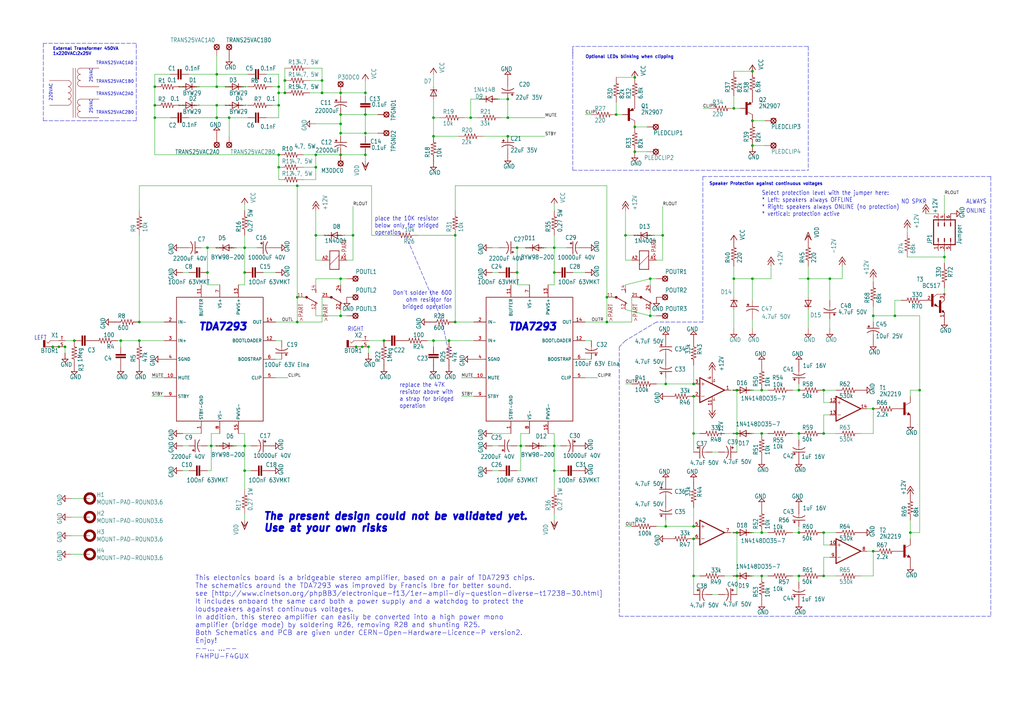
<source format=kicad_sch>
(kicad_sch (version 20211123) (generator eeschema)
  (paper "A3")
  (title_block (title "TDA7293 Bridgeable Audio Amplifier") (date "2022-11-01") (rev "v0.0") (company "F4HPU - F4GUX") (comment 1 "Licence CERN-OHL-P v2") (comment 2 "Design not validated - use at your own risks"))
  (junction (at 85.09 101.6))
  (junction (at 284.48 177.8))
  (junction (at 337.82 177.8))
  (junction (at 271.78 96.52))
  (junction (at 184.15 139.7))
  (junction (at 139.7 54.61))
  (junction (at 308.61 49.53))
  (junction (at 157.48 139.7))
  (junction (at 284.48 220.98))
  (junction (at 273.05 157.48))
  (junction (at 177.8 55.88))
  (junction (at 116.84 38.1))
  (junction (at 139.7 63.5))
  (junction (at 284.48 162.56))
  (junction (at 208.28 48.26))
  (junction (at 139.7 114.3))
  (junction (at 186.69 132.08))
  (junction (at 212.09 101.6))
  (junction (at 21.59 142.24))
  (junction (at 148.59 142.24))
  (junction (at 177.8 139.7))
  (junction (at 340.36 114.3))
  (junction (at 63.5 48.26))
  (junction (at 132.08 38.1))
  (junction (at 212.09 111.76))
  (junction (at 373.38 218.44))
  (junction (at 302.26 160.02))
  (junction (at 337.82 218.44))
  (junction (at 312.42 160.02))
  (junction (at 284.48 236.22))
  (junction (at 100.33 111.76))
  (junction (at 57.15 139.7))
  (junction (at 139.7 50.8))
  (junction (at 302.26 236.22))
  (junction (at 337.82 236.22))
  (junction (at 302.26 177.8))
  (junction (at 327.66 236.22))
  (junction (at 248.92 132.08))
  (junction (at 57.15 132.08))
  (junction (at 358.14 129.54))
  (junction (at 337.82 160.02))
  (junction (at 129.54 68.58))
  (junction (at 300.99 44.45))
  (junction (at 312.42 236.22))
  (junction (at 121.92 132.08))
  (junction (at 358.14 226.06))
  (junction (at 88.9 35.56))
  (junction (at 308.61 59.69))
  (junction (at 256.54 96.52))
  (junction (at 312.42 218.44))
  (junction (at 213.614 182.88))
  (junction (at 116.84 33.02))
  (junction (at 149.86 46.99))
  (junction (at 302.26 218.44))
  (junction (at 146.05 142.24))
  (junction (at 193.04 48.26))
  (junction (at 308.61 114.3))
  (junction (at 227.33 111.76))
  (junction (at 132.08 33.02))
  (junction (at 208.28 40.64))
  (junction (at 30.48 139.7))
  (junction (at 93.98 48.26))
  (junction (at 367.03 129.54))
  (junction (at 227.33 182.88))
  (junction (at 186.69 96.52))
  (junction (at 63.5 35.56))
  (junction (at 85.09 111.76))
  (junction (at 284.48 215.9))
  (junction (at 100.33 193.04))
  (junction (at 149.86 38.1))
  (junction (at 149.86 63.5))
  (junction (at 88.9 48.26))
  (junction (at 139.7 38.1))
  (junction (at 331.47 114.3))
  (junction (at 63.5 43.18))
  (junction (at 227.33 101.6))
  (junction (at 114.3 35.56))
  (junction (at 327.66 177.8))
  (junction (at 114.3 43.18))
  (junction (at 26.67 142.24))
  (junction (at 144.78 96.52))
  (junction (at 308.61 29.21))
  (junction (at 139.7 129.54))
  (junction (at 114.3 68.58))
  (junction (at 208.28 55.88))
  (junction (at 121.92 121.92))
  (junction (at 266.7 114.3))
  (junction (at 300.99 114.3))
  (junction (at 358.14 167.64))
  (junction (at 121.92 76.2))
  (junction (at 88.9 30.48))
  (junction (at 327.66 218.44))
  (junction (at 129.54 63.5))
  (junction (at 252.73 46.99))
  (junction (at 266.7 129.54))
  (junction (at 88.9 43.18))
  (junction (at 377.19 160.02))
  (junction (at 227.33 193.04))
  (junction (at 114.3 63.5))
  (junction (at 139.7 46.99))
  (junction (at 260.35 31.75))
  (junction (at 151.13 142.24))
  (junction (at 260.35 62.23))
  (junction (at 86.614 182.88))
  (junction (at 273.05 215.9))
  (junction (at 177.8 48.26))
  (junction (at 387.35 105.41))
  (junction (at 248.92 121.92))
  (junction (at 312.42 177.8))
  (junction (at 49.53 139.7))
  (junction (at 100.33 182.88))
  (junction (at 129.54 96.52))
  (junction (at 260.35 52.07))
  (junction (at 100.33 101.6))
  (junction (at 327.66 160.02))
  (junction (at 149.86 54.61))
  (junction (at 284.48 157.48))
  (junction (at 114.3 38.1))
  (junction (at 24.13 142.24))
  (wire (pts (xy 312.42 177.8) (xy 307.34 177.8)))
  (wire (pts (xy 212.09 193.04) (xy 213.614 193.04)))
  (wire (pts (xy 74.93 111.76) (xy 77.47 111.76)))
  (wire (pts (xy 57.15 132.08) (xy 67.31 132.08)))
  (wire (pts (xy 248.92 121.92) (xy 248.92 132.08)))
  (wire (pts (xy 227.33 83.82) (xy 227.33 86.36)))
  (wire (pts (xy 24.13 142.24) (xy 26.67 142.24)))
  (wire (pts (xy 337.82 170.18) (xy 337.82 177.8)))
  (wire (pts (xy 148.59 142.24) (xy 151.13 142.24)))
  (wire (pts (xy 152.4 76.2) (xy 152.4 96.52)))
  (wire (pts (xy 177.8 142.24) (xy 177.8 139.7)))
  (wire (pts (xy 100.33 116.84) (xy 100.33 111.76)))
  (wire (pts (xy 124.46 63.5) (xy 129.54 63.5)))
  (wire (pts (xy 367.03 123.19) (xy 367.03 129.54)))
  (wire (pts (xy 201.93 177.8) (xy 209.55 177.8)))
  (wire (pts (xy 101.6 43.18) (xy 99.06 43.18)))
  (wire (pts (xy 259.08 215.9) (xy 256.54 215.9)))
  (wire (pts (xy 327.66 160.02) (xy 327.66 157.48)))
  (wire (pts (xy 205.74 48.26) (xy 208.28 48.26)))
  (wire (pts (xy 100.33 200.66) (xy 100.33 193.04)))
  (wire (pts (xy 57.15 76.2) (xy 57.15 86.36)))
  (wire (pts (xy 269.24 129.54) (xy 266.7 129.54)))
  (wire (pts (xy 186.69 132.08) (xy 194.31 132.08)))
  (wire (pts (xy 21.59 142.24) (xy 24.13 142.24)))
  (wire (pts (xy 139.7 63.5) (xy 129.54 63.5)))
  (wire (pts (xy 114.3 35.56) (xy 114.3 38.1)))
  (wire (pts (xy 373.38 160.02) (xy 377.19 160.02)))
  (wire (pts (xy 111.76 35.56) (xy 114.3 35.56)))
  (wire (pts (xy 284.48 177.8) (xy 284.48 162.56)))
  (wire (pts (xy 259.08 121.92) (xy 259.08 132.08)))
  (wire (pts (xy 227.33 101.6) (xy 222.25 101.6)))
  (polyline (pts (xy 17.78 22.86) (xy 17.78 49.53)))
  (wire (pts (xy 73.66 35.56) (xy 74.93 35.56)))
  (wire (pts (xy 265.43 62.23) (xy 260.35 62.23)))
  (wire (pts (xy 302.26 218.44) (xy 299.72 218.44)))
  (wire (pts (xy 100.33 101.6) (xy 95.25 101.6)))
  (wire (pts (xy 358.14 236.22) (xy 358.14 226.06)))
  (wire (pts (xy 213.614 177.8) (xy 213.614 182.88)))
  (wire (pts (xy 342.9 218.44) (xy 337.82 218.44)))
  (wire (pts (xy 132.08 27.94) (xy 132.08 33.02)))
  (wire (pts (xy 266.7 114.3) (xy 256.54 116.84)))
  (wire (pts (xy 372.11 105.41) (xy 387.35 105.41)))
  (wire (pts (xy 144.78 96.52) (xy 144.78 84.582)))
  (wire (pts (xy 314.96 236.22) (xy 312.42 236.22)))
  (wire (pts (xy 248.92 121.92) (xy 252.73 121.92)))
  (wire (pts (xy 139.7 96.52) (xy 144.78 96.52)))
  (wire (pts (xy 224.79 177.8) (xy 227.33 177.8)))
  (wire (pts (xy 113.03 154.94) (xy 118.11 154.94)))
  (polyline (pts (xy 254 252.73) (xy 406.4 252.73)))
  (wire (pts (xy 127 33.02) (xy 132.08 33.02)))
  (wire (pts (xy 302.26 177.8) (xy 302.26 160.02)))
  (wire (pts (xy 26.67 139.7) (xy 30.48 139.7)))
  (wire (pts (xy 287.02 177.8) (xy 284.48 177.8)))
  (wire (pts (xy 269.24 114.3) (xy 266.7 114.3)))
  (polyline (pts (xy 55.88 49.53) (xy 55.88 17.78)))
  (wire (pts (xy 93.98 43.18) (xy 88.9 43.18)))
  (wire (pts (xy 271.78 96.52) (xy 271.78 106.68)))
  (wire (pts (xy 132.08 106.68) (xy 129.54 106.68)))
  (wire (pts (xy 203.2 40.64) (xy 208.28 40.64)))
  (wire (pts (xy 259.08 157.48) (xy 256.54 157.48)))
  (polyline (pts (xy 234.95 19.05) (xy 234.95 22.86)))
  (wire (pts (xy 48.26 139.7) (xy 49.53 139.7)))
  (wire (pts (xy 271.78 96.52) (xy 271.78 84.582)))
  (wire (pts (xy 152.4 96.52) (xy 161.29 96.52)))
  (wire (pts (xy 177.8 139.7) (xy 184.15 139.7)))
  (wire (pts (xy 331.47 134.62) (xy 331.47 127)))
  (wire (pts (xy 88.9 35.56) (xy 93.98 35.56)))
  (wire (pts (xy 85.09 101.6) (xy 90.17 101.6)))
  (wire (pts (xy 340.36 228.6) (xy 337.82 228.6)))
  (wire (pts (xy 77.47 30.48) (xy 88.9 30.48)))
  (wire (pts (xy 266.7 96.52) (xy 271.78 96.52)))
  (wire (pts (xy 290.83 44.45) (xy 288.29 44.45)))
  (wire (pts (xy 342.9 236.22) (xy 337.82 236.22)))
  (wire (pts (xy 74.93 43.18) (xy 73.66 43.18)))
  (wire (pts (xy 314.96 177.8) (xy 312.42 177.8)))
  (wire (pts (xy 242.57 46.99) (xy 240.03 46.99)))
  (polyline (pts (xy 331.47 19.05) (xy 331.47 69.85)))
  (wire (pts (xy 88.9 48.26) (xy 88.9 43.18)))
  (wire (pts (xy 248.92 76.2) (xy 186.69 76.2)))
  (polyline (pts (xy 288.29 132.08) (xy 269.24 132.08)))
  (wire (pts (xy 114.3 73.66) (xy 114.3 68.58)))
  (wire (pts (xy 115.57 139.7) (xy 113.03 139.7)))
  (wire (pts (xy 312.42 218.44) (xy 314.96 218.44)))
  (wire (pts (xy 102.87 193.04) (xy 100.33 193.04)))
  (wire (pts (xy 213.614 193.04) (xy 213.614 182.88)))
  (wire (pts (xy 273.05 157.48) (xy 284.48 157.48)))
  (wire (pts (xy 93.98 55.88) (xy 93.98 48.26)))
  (wire (pts (xy 34.29 227.33) (xy 29.21 227.33)))
  (wire (pts (xy 151.13 139.7) (xy 157.48 139.7)))
  (wire (pts (xy 327.66 180.34) (xy 327.66 177.8)))
  (wire (pts (xy 212.09 101.6) (xy 217.17 101.6)))
  (wire (pts (xy 132.08 33.02) (xy 132.08 38.1)))
  (wire (pts (xy 212.09 182.88) (xy 213.614 182.88)))
  (wire (pts (xy 331.47 109.22) (xy 331.47 114.3)))
  (wire (pts (xy 177.8 48.26) (xy 180.34 48.26)))
  (wire (pts (xy 121.92 76.2) (xy 121.92 121.92)))
  (wire (pts (xy 57.15 139.7) (xy 67.31 139.7)))
  (wire (pts (xy 80.01 35.56) (xy 88.9 35.56)))
  (wire (pts (xy 49.53 142.24) (xy 49.53 139.7)))
  (wire (pts (xy 124.46 68.58) (xy 129.54 68.58)))
  (wire (pts (xy 201.93 182.88) (xy 204.47 182.88)))
  (wire (pts (xy 292.1 185.42) (xy 294.64 185.42)))
  (wire (pts (xy 229.87 182.88) (xy 227.33 182.88)))
  (wire (pts (xy 340.36 170.18) (xy 337.82 170.18)))
  (wire (pts (xy 212.09 116.84) (xy 212.09 111.76)))
  (wire (pts (xy 358.14 114.3) (xy 358.14 115.57)))
  (wire (pts (xy 327.66 236.22) (xy 327.66 238.76)))
  (wire (pts (xy 67.31 162.56) (xy 62.23 162.56)))
  (wire (pts (xy 74.93 182.88) (xy 77.47 182.88)))
  (wire (pts (xy 177.8 40.64) (xy 177.8 48.26)))
  (wire (pts (xy 139.7 38.1) (xy 132.08 38.1)))
  (wire (pts (xy 186.69 96.52) (xy 186.69 132.08)))
  (polyline (pts (xy 256.54 139.7) (xy 254 142.24)))
  (wire (pts (xy 100.33 193.04) (xy 100.33 182.88)))
  (wire (pts (xy 198.12 40.64) (xy 193.04 40.64)))
  (wire (pts (xy 266.7 116.84) (xy 266.7 114.3)))
  (wire (pts (xy 116.84 63.5) (xy 114.3 63.5)))
  (wire (pts (xy 77.47 48.26) (xy 88.9 48.26)))
  (wire (pts (xy 88.9 30.48) (xy 101.6 30.48)))
  (wire (pts (xy 212.09 111.76) (xy 212.09 101.6)))
  (wire (pts (xy 353.06 177.8) (xy 358.14 177.8)))
  (wire (pts (xy 284.48 215.9) (xy 284.48 208.28)))
  (polyline (pts (xy 17.78 49.53) (xy 55.88 49.53)))
  (wire (pts (xy 373.38 218.44) (xy 373.38 213.36)))
  (wire (pts (xy 252.73 41.91) (xy 252.73 46.99)))
  (wire (pts (xy 177.8 55.88) (xy 177.8 48.26)))
  (wire (pts (xy 86.614 177.8) (xy 86.614 182.88)))
  (wire (pts (xy 49.53 139.7) (xy 57.15 139.7)))
  (wire (pts (xy 377.19 218.44) (xy 373.38 218.44)))
  (polyline (pts (xy 234.95 69.85) (xy 331.47 69.85)))
  (wire (pts (xy 149.86 54.61) (xy 149.86 46.99)))
  (wire (pts (xy 93.98 48.26) (xy 101.6 48.26)))
  (wire (pts (xy 63.5 43.18) (xy 63.5 48.26)))
  (wire (pts (xy 302.26 160.02) (xy 299.72 160.02)))
  (wire (pts (xy 114.3 68.58) (xy 114.3 63.5)))
  (wire (pts (xy 252.73 46.99) (xy 255.27 46.99)))
  (wire (pts (xy 193.04 40.64) (xy 193.04 48.26)))
  (wire (pts (xy 139.7 50.8) (xy 139.7 46.99)))
  (wire (pts (xy 340.36 223.52) (xy 337.82 223.52)))
  (wire (pts (xy 139.7 46.99) (xy 149.86 46.99)))
  (wire (pts (xy 198.12 55.88) (xy 208.28 55.88)))
  (wire (pts (xy 74.93 177.8) (xy 82.55 177.8)))
  (wire (pts (xy 121.92 132.08) (xy 132.08 132.08)))
  (wire (pts (xy 88.9 43.18) (xy 80.01 43.18)))
  (wire (pts (xy 95.25 182.88) (xy 100.33 182.88)))
  (wire (pts (xy 358.14 125.73) (xy 358.14 129.54)))
  (wire (pts (xy 142.24 129.54) (xy 139.7 129.54)))
  (wire (pts (xy 144.78 96.52) (xy 144.78 106.68)))
  (wire (pts (xy 100.33 101.6) (xy 100.33 96.52)))
  (wire (pts (xy 312.42 236.22) (xy 307.34 236.22)))
  (wire (pts (xy 259.08 106.68) (xy 256.54 106.68)))
  (wire (pts (xy 331.47 114.3) (xy 340.36 114.3)))
  (wire (pts (xy 327.66 236.22) (xy 325.12 236.22)))
  (wire (pts (xy 100.33 83.82) (xy 100.33 86.36)))
  (polyline (pts (xy 331.47 19.05) (xy 234.95 19.05)))
  (wire (pts (xy 273.05 154.94) (xy 273.05 157.48)))
  (wire (pts (xy 377.19 129.54) (xy 377.19 160.02)))
  (wire (pts (xy 149.86 54.61) (xy 149.86 55.88)))
  (wire (pts (xy 337.82 223.52) (xy 337.82 218.44)))
  (wire (pts (xy 227.33 213.36) (xy 227.33 210.82)))
  (wire (pts (xy 353.06 236.22) (xy 358.14 236.22)))
  (wire (pts (xy 307.34 160.02) (xy 312.42 160.02)))
  (polyline (pts (xy 288.29 72.39) (xy 288.29 132.08)))
  (wire (pts (xy 121.92 121.92) (xy 121.92 132.08)))
  (wire (pts (xy 308.61 49.53) (xy 313.69 49.53)))
  (wire (pts (xy 242.57 147.32) (xy 240.03 147.32)))
  (wire (pts (xy 88.9 30.48) (xy 88.9 22.86)))
  (wire (pts (xy 109.22 30.48) (xy 114.3 30.48)))
  (wire (pts (xy 308.61 114.3) (xy 316.23 114.3)))
  (wire (pts (xy 387.35 87.63) (xy 387.35 80.01)))
  (wire (pts (xy 292.1 243.84) (xy 294.64 243.84)))
  (wire (pts (xy 186.69 76.2) (xy 186.69 86.36)))
  (wire (pts (xy 29.21 204.47) (xy 34.29 204.47)))
  (wire (pts (xy 132.08 121.92) (xy 132.08 132.08)))
  (wire (pts (xy 325.12 160.02) (xy 327.66 160.02)))
  (wire (pts (xy 302.26 236.22) (xy 302.26 218.44)))
  (wire (pts (xy 340.36 114.3) (xy 345.44 114.3)))
  (wire (pts (xy 129.54 96.52) (xy 134.62 96.52)))
  (wire (pts (xy 387.35 105.41) (xy 387.35 107.95)))
  (wire (pts (xy 139.7 38.1) (xy 149.86 38.1)))
  (wire (pts (xy 340.36 114.3) (xy 340.36 123.19)))
  (wire (pts (xy 342.9 177.8) (xy 337.82 177.8)))
  (wire (pts (xy 269.24 215.9) (xy 273.05 215.9)))
  (wire (pts (xy 85.09 182.88) (xy 86.614 182.88)))
  (wire (pts (xy 121.92 76.2) (xy 152.4 76.2)))
  (wire (pts (xy 121.92 121.92) (xy 125.73 121.92)))
  (wire (pts (xy 287.02 236.22) (xy 284.48 236.22)))
  (wire (pts (xy 194.31 162.56) (xy 189.23 162.56)))
  (wire (pts (xy 273.05 213.36) (xy 273.05 215.9)))
  (wire (pts (xy 99.06 35.56) (xy 101.6 35.56)))
  (wire (pts (xy 100.33 177.8) (xy 100.33 182.88)))
  (wire (pts (xy 266.7 129.54) (xy 256.54 127)))
  (wire (pts (xy 85.09 111.76) (xy 85.09 101.6)))
  (wire (pts (xy 139.7 114.3) (xy 129.54 114.3)))
  (wire (pts (xy 34.29 219.71) (xy 29.21 219.71)))
  (wire (pts (xy 116.84 38.1) (xy 114.3 38.1)))
  (wire (pts (xy 19.05 142.24) (xy 21.59 142.24)))
  (wire (pts (xy 97.79 177.8) (xy 100.33 177.8)))
  (wire (pts (xy 208.28 48.26) (xy 208.28 40.64)))
  (wire (pts (xy 358.14 177.8) (xy 358.14 167.64)))
  (wire (pts (xy 269.24 157.48) (xy 273.05 157.48)))
  (wire (pts (xy 116.84 38.1) (xy 116.84 33.02)))
  (wire (pts (xy 26.67 142.24) (xy 26.67 144.78)))
  (wire (pts (xy 69.85 30.48) (xy 63.5 30.48)))
  (wire (pts (xy 300.99 39.37) (xy 300.99 44.45)))
  (wire (pts (xy 100.33 213.36) (xy 100.33 210.82)))
  (wire (pts (xy 379.73 87.63) (xy 384.81 87.63)))
  (wire (pts (xy 308.61 130.81) (xy 308.61 134.62)))
  (polyline (pts (xy 254 142.24) (xy 254 252.73)))
  (wire (pts (xy 297.18 236.22) (xy 302.26 236.22)))
  (wire (pts (xy 195.58 48.26) (xy 193.04 48.26)))
  (wire (pts (xy 57.15 96.52) (xy 57.15 132.08)))
  (polyline (pts (xy 181.61 133.35) (xy 184.15 144.78)))
  (wire (pts (xy 139.7 54.61) (xy 139.7 55.88)))
  (wire (pts (xy 373.38 162.56) (xy 373.38 160.02)))
  (wire (pts (xy 82.55 101.6) (xy 85.09 101.6)))
  (wire (pts (xy 302.26 243.84) (xy 302.26 236.22)))
  (wire (pts (xy 337.82 165.1) (xy 337.82 160.02)))
  (wire (pts (xy 248.92 76.2) (xy 248.92 121.92)))
  (wire (pts (xy 139.7 129.54) (xy 129.54 129.54)))
  (wire (pts (xy 217.17 177.8) (xy 213.614 177.8)))
  (wire (pts (xy 340.36 165.1) (xy 337.82 165.1)))
  (wire (pts (xy 193.04 48.26) (xy 190.5 48.26)))
  (wire (pts (xy 144.78 106.68) (xy 142.24 106.68)))
  (wire (pts (xy 213.614 182.88) (xy 217.17 182.88)))
  (wire (pts (xy 114.3 48.26) (xy 114.3 43.18)))
  (wire (pts (xy 102.87 182.88) (xy 100.33 182.88)))
  (wire (pts (xy 327.66 177.8) (xy 325.12 177.8)))
  (wire (pts (xy 260.35 52.07) (xy 265.43 52.07)))
  (wire (pts (xy 284.48 157.48) (xy 284.48 149.86)))
  (wire (pts (xy 142.24 114.3) (xy 139.7 114.3)))
  (wire (pts (xy 273.05 215.9) (xy 284.48 215.9)))
  (wire (pts (xy 387.35 118.11) (xy 387.35 120.65)))
  (wire (pts (xy 208.28 55.88) (xy 223.52 55.88)))
  (wire (pts (xy 312.42 160.02) (xy 314.96 160.02)))
  (wire (pts (xy 100.33 111.76) (xy 100.33 101.6)))
  (wire (pts (xy 204.47 101.6) (xy 201.93 101.6)))
  (wire (pts (xy 88.9 30.48) (xy 88.9 35.56)))
  (wire (pts (xy 284.48 185.42) (xy 284.48 177.8)))
  (wire (pts (xy 227.33 111.76) (xy 227.33 101.6)))
  (wire (pts (xy 227.33 116.84) (xy 224.79 116.84)))
  (wire (pts (xy 90.17 116.84) (xy 85.09 116.84)))
  (wire (pts (xy 387.35 102.87) (xy 387.35 105.41)))
  (wire (pts (xy 367.03 123.19) (xy 369.57 123.19)))
  (wire (pts (xy 331.47 121.92) (xy 331.47 114.3)))
  (wire (pts (xy 316.23 114.3) (xy 316.23 109.22)))
  (wire (pts (xy 129.54 68.58) (xy 129.54 73.66)))
  (wire (pts (xy 284.48 236.22) (xy 284.48 220.98)))
  (wire (pts (xy 129.54 63.5) (xy 129.54 68.58)))
  (wire (pts (xy 327.66 218.44) (xy 327.66 215.9)))
  (wire (pts (xy 139.7 54.61) (xy 149.86 54.61)))
  (wire (pts (xy 107.95 111.76) (xy 113.03 111.76)))
  (wire (pts (xy 300.99 44.45) (xy 303.53 44.45)))
  (wire (pts (xy 342.9 160.02) (xy 337.82 160.02)))
  (wire (pts (xy 149.86 66.04) (xy 149.86 63.5)))
  (wire (pts (xy 115.57 147.32) (xy 113.03 147.32)))
  (wire (pts (xy 146.05 142.24) (xy 148.59 142.24)))
  (wire (pts (xy 229.87 193.04) (xy 227.33 193.04)))
  (wire (pts (xy 175.26 139.7) (xy 177.8 139.7)))
  (wire (pts (xy 266.7 129.54) (xy 266.7 127)))
  (wire (pts (xy 139.7 129.54) (xy 139.7 127)))
  (polyline (pts (xy 406.4 72.39) (xy 288.29 72.39)))
  (wire (pts (xy 129.54 114.3) (xy 129.54 116.84)))
  (wire (pts (xy 227.33 116.84) (xy 227.33 111.76)))
  (wire (pts (xy 313.69 59.69) (xy 308.61 59.69)))
  (polyline (pts (xy 166.37 96.52) (xy 181.61 132.08)))
  (wire (pts (xy 139.7 54.61) (xy 139.7 50.8)))
  (wire (pts (xy 337.82 228.6) (xy 337.82 236.22)))
  (wire (pts (xy 271.78 106.68) (xy 269.24 106.68)))
  (wire (pts (xy 63.5 48.26) (xy 69.85 48.26)))
  (wire (pts (xy 129.54 129.54) (xy 129.54 127)))
  (wire (pts (xy 232.41 101.6) (xy 227.33 101.6)))
  (wire (pts (xy 201.93 193.04) (xy 204.47 193.04)))
  (wire (pts (xy 358.14 167.64) (xy 355.6 167.64)))
  (wire (pts (xy 184.15 139.7) (xy 194.31 139.7)))
  (wire (pts (xy 100.33 116.84) (xy 97.79 116.84)))
  (wire (pts (xy 325.12 218.44) (xy 327.66 218.44)))
  (wire (pts (xy 129.54 73.66) (xy 124.46 73.66)))
  (wire (pts (xy 240.03 132.08) (xy 248.92 132.08)))
  (wire (pts (xy 300.99 114.3) (xy 300.99 121.92)))
  (wire (pts (xy 367.03 129.54) (xy 377.19 129.54)))
  (wire (pts (xy 149.86 33.02) (xy 149.86 38.1)))
  (wire (pts (xy 114.3 43.18) (xy 114.3 38.1)))
  (wire (pts (xy 114.3 43.18) (xy 111.76 43.18)))
  (polyline (pts (xy 406.4 72.39) (xy 406.4 252.73)))
  (wire (pts (xy 300.99 29.21) (xy 308.61 29.21)))
  (wire (pts (xy 234.95 111.76) (xy 240.03 111.76)))
  (wire (pts (xy 307.34 218.44) (xy 312.42 218.44)))
  (wire (pts (xy 189.23 154.94) (xy 194.31 154.94)))
  (wire (pts (xy 177.8 30.48) (xy 177.8 35.56)))
  (wire (pts (xy 372.11 93.98) (xy 372.11 95.25)))
  (wire (pts (xy 358.14 226.06) (xy 355.6 226.06)))
  (polyline (pts (xy 17.78 17.78) (xy 17.78 22.86)))
  (wire (pts (xy 86.614 193.04) (xy 86.614 182.88)))
  (wire (pts (xy 186.69 96.52) (xy 171.45 96.52)))
  (wire (pts (xy 149.86 46.99) (xy 154.94 46.99)))
  (wire (pts (xy 373.38 220.98) (xy 373.38 218.44)))
  (wire (pts (xy 85.09 116.84) (xy 85.09 111.76)))
  (wire (pts (xy 88.9 48.26) (xy 93.98 48.26)))
  (wire (pts (xy 86.614 182.88) (xy 90.17 182.88)))
  (wire (pts (xy 149.86 63.5) (xy 139.7 63.5)))
  (wire (pts (xy 129.54 106.68) (xy 129.54 96.52)))
  (wire (pts (xy 256.54 106.68) (xy 256.54 96.52)))
  (wire (pts (xy 208.28 48.26) (xy 223.52 48.26)))
  (wire (pts (xy 132.08 38.1) (xy 127 38.1)))
  (wire (pts (xy 377.19 160.02) (xy 377.19 218.44)))
  (wire (pts (xy 248.92 132.08) (xy 259.08 132.08)))
  (wire (pts (xy 227.33 193.04) (xy 227.33 182.88)))
  (wire (pts (xy 340.36 130.81) (xy 340.36 134.62)))
  (polyline (pts (xy 234.95 20.32) (xy 234.95 69.85)))
  (wire (pts (xy 308.61 114.3) (xy 308.61 123.19)))
  (wire (pts (xy 227.33 200.66) (xy 227.33 193.04)))
  (wire (pts (xy 129.54 96.52) (xy 129.54 86.36)))
  (wire (pts (xy 302.26 185.42) (xy 302.26 177.8)))
  (wire (pts (xy 217.17 116.84) (xy 212.09 116.84)))
  (polyline (pts (xy 55.88 17.78) (xy 17.78 17.78)))
  (wire (pts (xy 345.44 114.3) (xy 345.44 109.22)))
  (wire (pts (xy 139.7 38.1) (xy 139.7 39.37)))
  (wire (pts (xy 222.25 182.88) (xy 227.33 182.88)))
  (wire (pts (xy 113.03 132.08) (xy 121.92 132.08)))
  (wire (pts (xy 62.23 154.94) (xy 67.31 154.94)))
  (wire (pts (xy 149.86 38.1) (xy 149.86 39.37)))
  (wire (pts (xy 34.29 212.09) (xy 29.21 212.09)))
  (wire (pts (xy 227.33 101.6) (xy 227.33 96.52)))
  (wire (pts (xy 151.13 142.24) (xy 151.13 144.78)))
  (wire (pts (xy 300.99 114.3) (xy 308.61 114.3)))
  (wire (pts (xy 109.22 48.26) (xy 114.3 48.26)))
  (wire (pts (xy 139.7 50.8) (xy 129.54 50.8)))
  (wire (pts (xy 105.41 101.6) (xy 100.33 101.6)))
  (wire (pts (xy 227.33 177.8) (xy 227.33 182.88)))
  (wire (pts (xy 358.14 129.54) (xy 367.03 129.54)))
  (wire (pts (xy 284.48 243.84) (xy 284.48 236.22)))
  (wire (pts (xy 114.3 30.48) (xy 114.3 35.56)))
  (wire (pts (xy 143.51 142.24) (xy 146.05 142.24)))
  (wire (pts (xy 90.17 177.8) (xy 86.614 177.8)))
  (wire (pts (xy 256.54 96.52) (xy 256.54 86.36)))
  (wire (pts (xy 358.14 129.54) (xy 358.14 132.08)))
  (wire (pts (xy 240.03 154.94) (xy 245.11 154.94)))
  (wire (pts (xy 154.94 54.61) (xy 149.86 54.61)))
  (polyline (pts (xy 269.24 132.08) (xy 256.54 139.7)))
  (wire (pts (xy 85.09 193.04) (xy 86.614 193.04)))
  (wire (pts (xy 297.18 177.8) (xy 302.26 177.8)))
  (wire (pts (xy 116.84 33.02) (xy 116.84 27.94)))
  (wire (pts (xy 242.57 139.7) (xy 240.03 139.7)))
  (wire (pts (xy 201.93 111.76) (xy 204.47 111.76)))
  (wire (pts (xy 300.99 127) (xy 300.99 134.62)))
  (wire (pts (xy 63.5 63.5) (xy 63.5 48.26)))
  (wire (pts (xy 327.66 114.3) (xy 331.47 114.3)))
  (wire (pts (xy 300.99 109.22) (xy 300.99 114.3)))
  (wire (pts (xy 127 27.94) (xy 132.08 27.94)))
  (wire (pts (xy 63.5 43.18) (xy 63.5 35.56)))
  (wire (pts (xy 121.92 76.2) (xy 57.15 76.2)))
  (wire (pts (xy 139.7 116.84) (xy 139.7 114.3)))
  (wire (pts (xy 187.96 55.88) (xy 177.8 55.88)))
  (wire (pts (xy 114.3 63.5) (xy 63.5 63.5)))
  (wire (pts (xy 256.54 96.52) (xy 261.62 96.52)))
  (wire (pts (xy 74.93 193.04) (xy 77.47 193.04)))
  (wire (pts (xy 63.5 30.48) (xy 63.5 35.56)))
  (wire (pts (xy 252.73 31.75) (xy 260.35 31.75)))
  (text "25VAC" (at 38.1 27.94 270) (effects (font (size 1.27 1.27)) (justify right bottom)))
  (text "TRANS25VAC1A0" (at 39.37 26.67 0) (effects (font (size 1.27 1.27)) (justify left bottom)))
  (text "ALWAYS" (at 396.24 83.82 180) (effects (font (size 1.778 1.5113)) (justify left bottom)))
  (text "Optional LEDs blinking when clipping" (at 240.03 24.13 0) (effects (font (size 1.27 1.27) (thickness 0.254) bold) (justify left bottom)))
  (text "TDA7293" (at 101.6 135.89 180) (effects (font (size 3 3) (thickness 1.6) bold italic) (justify right bottom)))
  (text "25VAC" (at 38.1 40.64 270) (effects (font (size 1.27 1.27)) (justify right bottom)))
  (text "ONLINE" (at 396.24 87.63 180) (effects (font (size 1.778 1.5113)) (justify left bottom)))
  (text "NO SPKR" (at 369.57 83.82 180) (effects (font (size 1.778 1.5113)) (justify left bottom)))
  (text "This electonics board is a bridgeable stereo amplifier, based on a pair of TDA7293 chips.\nThe schematics around the TDA7293 was improved by Francis Ibre for better sound.\nsee [http://www.cinetson.org/phpBB3/electronique-f13/1er-ampli-diy-question-diverse-t17238-30.html]\nIt includes onboard the same card both a power supply and a watchdog to protect the \nloudspeakers against continuous voltages.\nIn addition, this stereo amplifier can easily be converted into a high power mono\namplifier (bridge mode) by soldering R26, removing R28 and shunting R25.\nBoth Schematics and PCB are given under CERN-Open-Hardware-Licence-P version2.\nEnjoy!\n--... ...--\nF4HPU-F4GUX" (at 80.01 270.51 0) (effects (font (size 2 2)) (justify left bottom)))
  (text "TRANS25VAC1B0" (at 39.37 34.29 0) (effects (font (size 1.27 1.27)) (justify left bottom)))
  (text "LEFT" (at 13.97 139.7 180) (effects (font (size 1.778 1.5113)) (justify left bottom)))
  (text "Don't solder the 600\nohm resistor for\nbridged operation" (at 185.42 127 180) (effects (font (size 1.778 1.5113)) (justify right bottom)))
  (text "220VAC" (at 21.59 34.29 270) (effects (font (size 1.27 1.27)) (justify right bottom)))
  (text "The present design could not be validated yet.\nUse at your own risks" (at 107.95 218.44 0) (effects (font (size 3 3) (thickness 1.6) bold italic) (justify left bottom)))
  (text "TRANS25VAC2B0" (at 39.37 46.99 0) (effects (font (size 1.27 1.27)) (justify left bottom)))
  (text "place the 10K resistor\nbelow only for bridged\noperation" (at 153.67 96.52 180) (effects (font (size 1.778 1.5113)) (justify left bottom)))
  (text "RIGHT" (at 142.494 136.144 180) (effects (font (size 1.778 1.5113)) (justify left bottom)))
  (text "TDA7293" (at 228.6 135.89 180) (effects (font (size 3 3) (thickness 1.6) bold italic) (justify right bottom)))
  (text "Select protection level with the jumper here:\n* Left: speakers always OFFLINE\n* Right: speakers always ONLINE (no protection)\n* vertical: protection active" (at 312.42 88.9 0) (effects (font (size 1.778 1.5113)) (justify left bottom)))
  (text "Speaker Protection against continuous voltages" (at 290.83 76.2 0) (effects (font (size 1.27 1.27) (thickness 0.254) bold) (justify left bottom)))
  (text "TRANS25VAC2A0" (at 39.37 39.37 0) (effects (font (size 1.27 1.27)) (justify left bottom)))
  (text "replace the 47K\nresistor above with\na strap for bridged\noperation" (at 163.83 167.64 180) (effects (font (size 1.778 1.5113)) (justify left bottom)))
  (text "External Transformer 450VA\n1x220VAC:2x25V" (at 21.59 22.86 0) (effects (font (size 1.27 1.27) (thickness 0.254) bold) (justify left bottom)))
  (label "OUTL" (at 115.57 132.08 0) (effects (font (size 1.2446 1.2446))))
  (label "RLOUT" (at 387.35 80.01 0) (effects (font (size 1.2446 1.2446))))
  (label "CLIPR" (at 288.29 44.45 0) (effects (font (size 1.2446 1.2446))))
  (label "STBY" (at 189.23 162.56 0) (effects (font (size 1.2446 1.2446))))
  (label "RLOUT" (at 271.78 84.582 0) (effects (font (size 1.2446 1.2446))))
  (label "RLOUT" (at 144.78 84.582 0) (effects (font (size 1.2446 1.2446))))
  (label "CLIPL" (at 118.11 154.94 0) (effects (font (size 1.2446 1.2446))))
  (label "MUTE" (at 62.23 154.94 0) (effects (font (size 1.2446 1.2446))))
  (label "CLIPR" (at 245.11 154.94 0) (effects (font (size 1.2446 1.2446))))
  (label "CLIPL" (at 240.03 46.99 0) (effects (font (size 1.2446 1.2446))))
  (label "OUTR" (at 256.54 157.48 0) (effects (font (size 1.2446 1.2446))))
  (label "MUTE" (at 223.52 48.26 0) (effects (font (size 1.2446 1.2446))))
  (label "OUTR" (at 242.57 132.08 0) (effects (font (size 1.2446 1.2446))))
  (label "STBY" (at 62.23 162.56 0) (effects (font (size 1.2446 1.2446))))
  (label "OUTL" (at 256.54 215.9 0) (effects (font (size 1.2446 1.2446))))
  (label "STBY" (at 223.52 55.88 0) (effects (font (size 1.2446 1.2446))))
  (label "MUTE" (at 189.23 154.94 0) (effects (font (size 1.2446 1.2446))))
  (symbol (lib_id "tda_bridge-eagle-import:MOUNT-PAD-ROUND3.6") (at 36.83 212.09 0) (unit 1)
    (property "Reference" "H2" (at 39.624 211.5058 0) (effects (font (size 1.778 1.5113)) (justify left bottom)))
    (property "Value" "MOUNT-PAD-ROUND3.6" (at 39.624 214.5538 0) (effects (font (size 1.778 1.5113)) (justify left bottom)))
    (property "Footprint" "tda_bridge:3,6-PAD" (effects hide))
  )
  (symbol (lib_id "tda_bridge-eagle-import:R-US_0207{slash}7") (at 332.74 218.44 0) (unit 1)
    (property "Reference" "R60" (at 328.93 216.9414 0) (effects (font (size 1.778 1.5113)) (justify left bottom)))
    (property "Value" "50k" (at 328.93 221.742 0) (effects (font (size 1.778 1.5113)) (justify left bottom)))
    (property "Footprint" "tda_bridge:0207_7" (effects hide))
  )
  (symbol (lib_id "tda_bridge-eagle-import:GND") (at 115.57 101.6 90) (unit 1)
    (property "Reference" "#GND017" (effects hide))
    (property "Value" "GND" (at 118.745 103.505 0) (effects (font (size 1.778 1.5113)) (justify left bottom)))
    (property "Footprint" "tda_bridge:" (effects hide))
  )
  (symbol (lib_id "tda_bridge-eagle-import:VDD") (at 227.33 215.9 180) (unit 1)
    (property "Reference" "#VDD03" (effects hide))
    (property "Value" "VDD" (at 224.79 219.456 90) (effects (font (size 1.778 1.5113)) (justify right top)))
    (property "Footprint" "tda_bridge:" (effects hide))
  )
  (symbol (lib_id "tda_bridge-eagle-import:GND") (at 72.39 111.76 270) (unit 1)
    (property "Reference" "#GND019" (effects hide))
    (property "Value" "GND" (at 69.215 109.855 0) (effects (font (size 1.778 1.5113)) (justify left bottom)))
    (property "Footprint" "tda_bridge:" (effects hide))
  )
  (symbol (lib_id "tda_bridge-eagle-import:R-US_0617{slash}22") (at 57.15 91.44 90) (unit 1)
    (property "Reference" "R9" (at 55.6514 95.25 0) (effects (font (size 1.778 1.5113)) (justify left bottom)))
    (property "Value" "10k" (at 60.452 95.25 0) (effects (font (size 1.778 1.5113)) (justify left bottom)))
    (property "Footprint" "tda_bridge:0617_22" (effects hide))
  )
  (symbol (lib_id "tda_bridge-eagle-import:FINDER-30.22") (at 261.62 121.92 270) (unit 3)
    (property "Reference" "K3" (effects hide))
    (property "Value" "FINDER-30.22" (effects hide))
    (property "Footprint" "tda_bridge:FINDER-30.22" (effects hide))
  )
  (symbol (lib_id "tda_bridge-eagle-import:C-EU050-025X075") (at 105.41 111.76 270) (mirror x) (unit 1)
    (property "Reference" "C15" (at 106.426 108.331 90) (effects (font (size 1.778 1.5113)) (justify left bottom)))
    (property "Value" "1OOnF 63VMKT" (at 101.854 114.681 90) (effects (font (size 1.778 1.5113)) (justify left bottom)))
    (property "Footprint" "tda_bridge:C050-025X075" (effects hide))
  )
  (symbol (lib_id "tda_bridge-eagle-import:SE13") (at 316.23 59.69 270) (unit 1)
    (property "Reference" "PLEDCLIP4" (at 316.23 63.119 90) (effects (font (size 1.778 1.5113)) (justify left bottom)))
    (property "Value" "SE13" (effects hide))
    (property "Footprint" "tda_bridge:SE13" (effects hide))
  )
  (symbol (lib_id "tda_bridge-eagle-import:SE13") (at 144.78 129.54 270) (unit 1)
    (property "Reference" "POUTL3" (at 145.796 127.635 90) (effects (font (size 1.778 1.5113)) (justify left bottom)))
    (property "Value" "SE13" (effects hide))
    (property "Footprint" "tda_bridge:SE13" (effects hide))
  )
  (symbol (lib_id "tda_bridge-eagle-import:GND") (at 269.24 124.46 0) (unit 1)
    (property "Reference" "#GND043" (effects hide))
    (property "Value" "GND" (at 267.335 127.635 0) (effects (font (size 1.778 1.5113)) (justify left bottom)))
    (property "Footprint" "tda_bridge:" (effects hide))
  )
  (symbol (lib_id "tda_bridge-eagle-import:GND") (at 157.48 152.4 0) (unit 1)
    (property "Reference" "#GND036" (effects hide))
    (property "Value" "GND" (at 155.575 155.575 0) (effects (font (size 1.778 1.5113)) (justify left bottom)))
    (property "Footprint" "tda_bridge:" (effects hide))
  )
  (symbol (lib_id "tda_bridge-eagle-import:BTOR1") (at 24.13 139.7 0) (mirror y) (unit 1)
    (property "Reference" "X1" (at 24.13 138.43 0) (effects (font (size 1.778 1.5113)) (justify left bottom)))
    (property "Value" "BTOR1" (at 24.13 144.78 0) (effects (font (size 1.778 1.5113)) (justify left bottom)))
    (property "Footprint" "tda_bridge:BTOR1" (effects hide))
  )
  (symbol (lib_id "tda_bridge-eagle-import:R-US_0309{slash}10") (at 106.68 35.56 0) (unit 1)
    (property "Reference" "R6" (at 102.87 34.0614 0) (effects (font (size 1.778 1.5113)) (justify left bottom)))
    (property "Value" "0.1" (at 107.95 33.782 0) (effects (font (size 1.778 1.5113)) (justify left bottom)))
    (property "Footprint" "tda_bridge:0309_10" (effects hide))
  )
  (symbol (lib_id "tda_bridge-eagle-import:GND") (at 191.77 147.32 270) (unit 1)
    (property "Reference" "#GND027" (effects hide))
    (property "Value" "GND" (at 188.595 145.415 0) (effects (font (size 1.778 1.5113)) (justify left bottom)))
    (property "Footprint" "tda_bridge:" (effects hide))
  )
  (symbol (lib_id "tda_bridge-eagle-import:R-US_0207{slash}7") (at 52.07 132.08 0) (unit 1)
    (property "Reference" "R8" (at 48.26 130.5814 0) (effects (font (size 1.778 1.5113)) (justify left bottom)))
    (property "Value" "600" (at 48.26 135.382 0) (effects (font (size 1.778 1.5113)) (justify left bottom)))
    (property "Footprint" "tda_bridge:0207_7" (effects hide))
  )
  (symbol (lib_id "tda_bridge-eagle-import:R-US_0617{slash}22") (at 186.69 91.44 90) (unit 1)
    (property "Reference" "R31" (at 185.1914 95.25 0) (effects (font (size 1.778 1.5113)) (justify left bottom)))
    (property "Value" "10k" (at 189.992 95.25 0) (effects (font (size 1.778 1.5113)) (justify left bottom)))
    (property "Footprint" "tda_bridge:0617_22" (effects hide))
  )
  (symbol (lib_id "tda_bridge-eagle-import:MOUNT-PAD-ROUND3.6") (at 36.83 227.33 0) (unit 1)
    (property "Reference" "H4" (at 39.624 226.7458 0) (effects (font (size 1.778 1.5113)) (justify left bottom)))
    (property "Value" "MOUNT-PAD-ROUND3.6" (at 39.624 229.7938 0) (effects (font (size 1.778 1.5113)) (justify left bottom)))
    (property "Footprint" "tda_bridge:3,6-PAD" (effects hide))
  )
  (symbol (lib_id "tda_bridge-eagle-import:R-US_0207{slash}7") (at 300.99 104.14 90) (unit 1)
    (property "Reference" "R40" (at 299.4914 107.95 0) (effects (font (size 1.778 1.5113)) (justify left bottom)))
    (property "Value" "220" (at 304.292 107.95 0) (effects (font (size 1.778 1.5113)) (justify left bottom)))
    (property "Footprint" "tda_bridge:0207_12" (effects hide))
  )
  (symbol (lib_id "tda_bridge-eagle-import:GND") (at 208.28 30.48 180) (unit 1)
    (property "Reference" "#GND09" (effects hide))
    (property "Value" "GND" (at 210.185 27.305 0) (effects (font (size 1.778 1.5113)) (justify left bottom)))
    (property "Footprint" "tda_bridge:" (effects hide))
  )
  (symbol (lib_id "tda_bridge-eagle-import:CPOL-USE2-5") (at 208.28 38.1 180) (unit 1)
    (property "Reference" "C20" (at 217.424 33.655 0) (effects (font (size 1.778 1.5113)) (justify left bottom)))
    (property "Value" "22uF 35V" (at 222.504 38.989 0) (effects (font (size 1.778 1.5113)) (justify left bottom)))
    (property "Footprint" "tda_bridge:E2-5" (effects hide))
  )
  (symbol (lib_id "tda_bridge-eagle-import:R-US_0207{slash}7") (at 292.1 177.8 180) (unit 1)
    (property "Reference" "R48" (at 295.91 179.2986 0) (effects (font (size 1.778 1.5113)) (justify left bottom)))
    (property "Value" "33k" (at 295.91 174.498 0) (effects (font (size 1.778 1.5113)) (justify left bottom)))
    (property "Footprint" "tda_bridge:0207_7" (effects hide))
  )
  (symbol (lib_id "tda_bridge-eagle-import:C-EU075-063X106") (at 160.02 139.7 90) (unit 1)
    (property "Reference" "C22" (at 166.116 142.621 90) (effects (font (size 1.778 1.5113)) (justify left bottom)))
    (property "Value" "2.2uF MKT" (at 168.656 135.001 90) (effects (font (size 1.778 1.5113)) (justify left bottom)))
    (property "Footprint" "tda_bridge:C075-063X106" (effects hide))
    (property "Value" "2.2uF MKT" (effects hide))
  )
  (symbol (lib_id "tda_bridge-eagle-import:VCC") (at 177.8 27.94 0) (unit 1)
    (property "Reference" "#P+02" (effects hide))
    (property "Value" "VCC" (at 180.34 25.4 90) (effects (font (size 1.778 1.5113)) (justify right top)))
    (property "Footprint" "tda_bridge:" (effects hide))
  )
  (symbol (lib_id "tda_bridge-eagle-import:GND") (at 177.8 68.58 0) (unit 1)
    (property "Reference" "#GND012" (effects hide))
    (property "Value" "GND" (at 175.895 71.755 0) (effects (font (size 1.778 1.5113)) (justify left bottom)))
    (property "Footprint" "tda_bridge:" (effects hide))
  )
  (symbol (lib_id "tda_bridge-eagle-import:R-US_0207{slash}7") (at 320.04 218.44 180) (unit 1)
    (property "Reference" "R56" (at 323.85 212.3186 0) (effects (font (size 1.778 1.5113)) (justify left bottom)))
    (property "Value" "10k" (at 321.31 215.138 0) (effects (font (size 1.778 1.5113)) (justify left bottom)))
    (property "Footprint" "tda_bridge:0207_7" (effects hide))
  )
  (symbol (lib_id "tda_bridge-eagle-import:MOUNT-PAD-ROUND3.6") (at 36.83 219.71 0) (unit 1)
    (property "Reference" "H3" (at 39.624 219.1258 0) (effects (font (size 1.778 1.5113)) (justify left bottom)))
    (property "Value" "MOUNT-PAD-ROUND3.6" (at 39.624 222.1738 0) (effects (font (size 1.778 1.5113)) (justify left bottom)))
    (property "Footprint" "tda_bridge:3,6-PAD" (effects hide))
  )
  (symbol (lib_id "tda_bridge-eagle-import:R-US_0207{slash}7") (at 312.42 241.3 90) (unit 1)
    (property "Reference" "R53" (at 310.9214 245.11 0) (effects (font (size 1.778 1.5113)) (justify left bottom)))
    (property "Value" "10k" (at 315.722 245.11 0) (effects (font (size 1.778 1.5113)) (justify left bottom)))
    (property "Footprint" "tda_bridge:0207_7" (effects hide))
  )
  (symbol (lib_id "tda_bridge-eagle-import:GND") (at 271.78 220.98 270) (unit 1)
    (property "Reference" "#GND058" (effects hide))
    (property "Value" "GND" (at 268.605 219.075 0) (effects (font (size 1.778 1.5113)) (justify left bottom)))
    (property "Footprint" "tda_bridge:" (effects hide))
  )
  (symbol (lib_id "tda_bridge-eagle-import:GND") (at 271.78 162.56 270) (unit 1)
    (property "Reference" "#GND046" (effects hide))
    (property "Value" "GND" (at 268.605 160.655 0) (effects (font (size 1.778 1.5113)) (justify left bottom)))
    (property "Footprint" "tda_bridge:" (effects hide))
  )
  (symbol (lib_id "tda_bridge-eagle-import:SE13") (at 88.9 20.32 0) (unit 1)
    (property "Reference" "TRANS25VAC1A0" (at 69.85 17.399 0) (effects (font (size 1.778 1.5113)) (justify left bottom)))
    (property "Value" "SE13" (effects hide))
    (property "Footprint" "tda_bridge:SE13" (effects hide))
  )
  (symbol (lib_id "tda_bridge-eagle-import:R-US_0411{slash}15") (at 100.33 91.44 90) (unit 1)
    (property "Reference" "R16" (at 98.8314 95.25 0) (effects (font (size 1.778 1.5113)) (justify left bottom)))
    (property "Value" "0.27 5W" (at 103.632 95.25 0) (effects (font (size 1.778 1.5113)) (justify left bottom)))
    (property "Footprint" "tda_bridge:0411_15" (effects hide))
  )
  (symbol (lib_id "tda_bridge-eagle-import:R-US_0207{slash}7") (at 157.48 144.78 90) (unit 1)
    (property "Reference" "R22" (at 155.9814 148.59 0) (effects (font (size 1.778 1.5113)) (justify left bottom)))
    (property "Value" "1Meg" (at 160.782 148.59 0) (effects (font (size 1.778 1.5113)) (justify left bottom)))
    (property "Footprint" "tda_bridge:0207_7" (effects hide))
  )
  (symbol (lib_id "tda_bridge-eagle-import:GND") (at 300.99 137.16 0) (unit 1)
    (property "Reference" "#GND067" (effects hide))
    (property "Value" "GND" (at 299.085 140.335 0) (effects (font (size 1.778 1.5113)) (justify left bottom)))
    (property "Footprint" "tda_bridge:" (effects hide))
  )
  (symbol (lib_id "tda_bridge-eagle-import:R-US_0411{slash}15") (at 100.33 205.74 90) (unit 1)
    (property "Reference" "R17" (at 98.8314 209.55 0) (effects (font (size 1.778 1.5113)) (justify left bottom)))
    (property "Value" "0.27 1W" (at 103.632 209.55 0) (effects (font (size 1.778 1.5113)) (justify left bottom)))
    (property "Footprint" "tda_bridge:0411_15" (effects hide))
  )
  (symbol (lib_id "tda_bridge-eagle-import:R-US_0207{slash}7") (at 184.15 144.78 90) (unit 1)
    (property "Reference" "R25" (at 182.6514 148.59 0) (effects (font (size 1.778 1.5113)) (justify left bottom)))
    (property "Value" "47k" (at 187.452 148.59 0) (effects (font (size 1.778 1.5113)) (justify left bottom)))
    (property "Footprint" "tda_bridge:0207_7" (effects hide))
  )
  (symbol (lib_id "tda_bridge-eagle-import:GND") (at 72.39 193.04 270) (unit 1)
    (property "Reference" "#GND013" (effects hide))
    (property "Value" "GND" (at 69.215 191.135 0) (effects (font (size 1.778 1.5113)) (justify left bottom)))
    (property "Footprint" "tda_bridge:" (effects hide))
  )
  (symbol (lib_id "tda_bridge-eagle-import:BZX85") (at 177.8 38.1 90) (unit 1)
    (property "Reference" "D7" (at 177.038 32.385 90) (effects (font (size 1.778 1.5113)) (justify left bottom)))
    (property "Value" "BZX79-C22" (at 182.245 40.64 0) (effects (font (size 1.778 1.5113)) (justify left bottom)))
    (property "Footprint" "tda_bridge:DO41Z10" (effects hide))
    (property "Value" "BZX79-C22" (effects hide))
  )
  (symbol (lib_id "tda_bridge-eagle-import:R-US_0207{slash}7") (at 43.18 139.7 180) (unit 1)
    (property "Reference" "R4" (at 46.99 141.1986 0) (effects (font (size 1.778 1.5113)) (justify left bottom)))
    (property "Value" "100" (at 46.99 136.398 0) (effects (font (size 1.778 1.5113)) (justify left bottom)))
    (property "Footprint" "tda_bridge:0207_7" (effects hide))
  )
  (symbol (lib_id "tda_bridge-eagle-import:R-US_0207{slash}7") (at 320.04 236.22 180) (unit 1)
    (property "Reference" "R57" (at 323.85 237.7186 0) (effects (font (size 1.778 1.5113)) (justify left bottom)))
    (property "Value" "10k" (at 321.31 240.538 0) (effects (font (size 1.778 1.5113)) (justify left bottom)))
    (property "Footprint" "tda_bridge:0207_7" (effects hide))
  )
  (symbol (lib_id "tda_bridge-eagle-import:GND") (at 242.57 111.76 90) (unit 1)
    (property "Reference" "#GND034" (effects hide))
    (property "Value" "GND" (at 245.745 113.665 0) (effects (font (size 1.778 1.5113)) (justify left bottom)))
    (property "Footprint" "tda_bridge:" (effects hide))
  )
  (symbol (lib_id "tda_bridge-eagle-import:-12V") (at 345.44 106.68 180) (unit 1)
    (property "Reference" "#P-02" (effects hide))
    (property "Value" "-12V" (at 342.9 104.14 90) (effects (font (size 1.778 1.5113)) (justify right top)))
    (property "Footprint" "tda_bridge:" (effects hide))
  )
  (symbol (lib_id "tda_bridge-eagle-import:GND") (at 355.6 160.02 90) (unit 1)
    (property "Reference" "#GND051" (effects hide))
    (property "Value" "GND" (at 358.775 161.925 0) (effects (font (size 1.778 1.5113)) (justify left bottom)))
    (property "Footprint" "tda_bridge:" (effects hide))
  )
  (symbol (lib_id "tda_bridge-eagle-import:GND") (at 327.66 190.5 0) (unit 1)
    (property "Reference" "#GND049" (effects hide))
    (property "Value" "GND" (at 325.755 193.675 0) (effects (font (size 1.778 1.5113)) (justify left bottom)))
    (property "Footprint" "tda_bridge:" (effects hide))
  )
  (symbol (lib_id "tda_bridge-eagle-import:CPOL-USE1.8-4") (at 327.66 243.84 0) (mirror x) (unit 1)
    (property "Reference" "C44" (at 321.056 244.475 0) (effects (font (size 1.778 1.5113)) (justify left bottom)))
    (property "Value" "1uF 16V" (at 328.676 244.729 0) (effects (font (size 1.778 1.5113)) (justify left bottom)))
    (property "Footprint" "tda_bridge:E1,8-4" (effects hide))
  )
  (symbol (lib_id "tda_bridge-eagle-import:GND") (at 44.45 132.08 270) (unit 1)
    (property "Reference" "#GND04" (effects hide))
    (property "Value" "GND" (at 41.275 130.175 0) (effects (font (size 1.778 1.5113)) (justify left bottom)))
    (property "Footprint" "tda_bridge:" (effects hide))
  )
  (symbol (lib_id "tda_bridge-eagle-import:R-US_0207{slash}7") (at 332.74 236.22 0) (unit 1)
    (property "Reference" "R61" (at 328.93 234.7214 0) (effects (font (size 1.778 1.5113)) (justify left bottom)))
    (property "Value" "50k" (at 328.93 239.522 0) (effects (font (size 1.778 1.5113)) (justify left bottom)))
    (property "Footprint" "tda_bridge:0207_7" (effects hide))
  )
  (symbol (lib_id "tda_bridge-eagle-import:JP3Q") (at 387.35 95.25 0) (unit 1)
    (property "Reference" "JP1" (at 382.27 100.33 90) (effects (font (size 1.778 1.5113)) (justify left bottom)))
    (property "Value" "Jumper" (at 394.335 100.33 90) (effects (font (size 1.778 1.5113)) (justify left bottom)))
    (property "Footprint" "tda_bridge:JP3Q" (effects hide))
  )
  (symbol (lib_id "tda_bridge-eagle-import:R-US_0207{slash}7") (at 312.42 213.36 90) (unit 1)
    (property "Reference" "R52" (at 310.9214 217.17 0) (effects (font (size 1.778 1.5113)) (justify left bottom)))
    (property "Value" "10k" (at 315.722 217.17 0) (effects (font (size 1.778 1.5113)) (justify left bottom)))
    (property "Footprint" "tda_bridge:0207_7" (effects hide))
  )
  (symbol (lib_id "tda_bridge-eagle-import:GND") (at 240.03 182.88 90) (unit 1)
    (property "Reference" "#GND025" (effects hide))
    (property "Value" "GND" (at 243.205 184.785 0) (effects (font (size 1.778 1.5113)) (justify left bottom)))
    (property "Footprint" "tda_bridge:" (effects hide))
  )
  (symbol (lib_id "tda_bridge-eagle-import:+12V") (at 379.73 85.09 0) (unit 1)
    (property "Reference" "#P+012" (effects hide))
    (property "Value" "+12V" (at 382.524 81.28 90) (effects (font (size 1.778 1.5113)) (justify right top)))
    (property "Footprint" "tda_bridge:" (effects hide))
  )
  (symbol (lib_id "tda_bridge-eagle-import:BYW29") (at 96.52 35.56 0) (unit 1)
    (property "Reference" "D3" (at 93.98 33.8074 0) (effects (font (size 1.778 1.5113)) (justify left bottom)))
    (property "Value" "BYW29" (at 93.98 39.1414 0) (effects (font (size 1.778 1.5113)) (justify left bottom)))
    (property "Footprint" "tda_bridge:DO220S" (effects hide))
  )
  (symbol (lib_id "tda_bridge-eagle-import:CPOL-USE1.8-4") (at 273.05 142.24 0) (unit 1)
    (property "Reference" "C34" (at 276.606 144.145 0) (effects (font (size 1.778 1.5113)) (justify left bottom)))
    (property "Value" "4.7uF 50V" (at 260.35 140.97 0) (effects (font (size 1.778 1.5113)) (justify left bottom)))
    (property "Footprint" "tda_bridge:E1,8-4" (effects hide))
  )
  (symbol (lib_id "tda_bridge-eagle-import:VCC") (at 308.61 26.67 0) (unit 1)
    (property "Reference" "#P+05" (effects hide))
    (property "Value" "VCC" (at 311.15 24.13 90) (effects (font (size 1.778 1.5113)) (justify right top)))
    (property "Footprint" "tda_bridge:" (effects hide))
  )
  (symbol (lib_id "tda_bridge-eagle-import:VDD") (at 331.47 96.52 0) (unit 1)
    (property "Reference" "#VDD04" (effects hide))
    (property "Value" "VDD" (at 334.01 92.964 90) (effects (font (size 1.778 1.5113)) (justify right top)))
    (property "Footprint" "tda_bridge:" (effects hide))
  )
  (symbol (lib_id "tda_bridge-eagle-import:1N4004") (at 264.16 96.52 180) (unit 1)
    (property "Reference" "D13" (at 266.7 91.9226 0) (effects (font (size 1.778 1.5113)) (justify left bottom)))
    (property "Value" "1N4004" (at 269.24 97.7646 0) (effects (font (size 1.778 1.5113)) (justify left bottom)))
    (property "Footprint" "tda_bridge:DO41-10" (effects hide))
  )
  (symbol (lib_id "tda_bridge-eagle-import:GND") (at 72.39 182.88 270) (unit 1)
    (property "Reference" "#GND05" (effects hide))
    (property "Value" "GND" (at 69.215 180.975 0) (effects (font (size 1.778 1.5113)) (justify left bottom)))
    (property "Footprint" "tda_bridge:" (effects hide))
  )
  (symbol (lib_id "tda_bridge-eagle-import:VCC") (at 100.33 81.28 0) (unit 1)
    (property "Reference" "#P+03" (effects hide))
    (property "Value" "VCC" (at 102.87 78.74 90) (effects (font (size 1.778 1.5113)) (justify right top)))
    (property "Footprint" "tda_bridge:" (effects hide))
  )
  (symbol (lib_id "tda_bridge-eagle-import:SE13") (at 271.78 121.92 270) (unit 1)
    (property "Reference" "POUTR2" (at 272.796 120.015 90) (effects (font (size 1.778 1.5113)) (justify left bottom)))
    (property "Value" "SE13" (effects hide))
    (property "Footprint" "tda_bridge:SE13" (effects hide))
  )
  (symbol (lib_id "tda_bridge-eagle-import:FINDER-30.22") (at 264.16 106.68 270) (mirror x) (unit 1)
    (property "Reference" "K3" (effects hide))
    (property "Value" "FINDER-30.22" (effects hide))
    (property "Footprint" "tda_bridge:FINDER-30.22" (effects hide))
  )
  (symbol (lib_id "tda_bridge-eagle-import:C-EU050-030X075") (at 49.53 144.78 0) (unit 1)
    (property "Reference" "C4" (at 42.672 147.955 0) (effects (font (size 1.778 1.5113)) (justify left bottom)))
    (property "Value" "1nf" (at 43.18 149.987 0) (effects (font (size 1.778 1.5113)) (justify left bottom)))
    (property "Footprint" "tda_bridge:C050-030X075" (effects hide))
    (property "Value" "1nf" (effects hide))
  )
  (symbol (lib_id "tda_bridge-eagle-import:GND") (at 30.48 152.4 0) (unit 1)
    (property "Reference" "#GND020" (effects hide))
    (property "Value" "GND" (at 28.575 155.575 0) (effects (font (size 1.778 1.5113)) (justify left bottom)))
    (property "Footprint" "tda_bridge:" (effects hide))
  )
  (symbol (lib_id "tda_bridge-eagle-import:CPOL-USE10-35") (at 139.7 41.91 0) (unit 1)
    (property "Reference" "C11" (at 131.318 43.053 0) (effects (font (size 1.778 1.5113)) (justify left bottom)))
    (property "Value" "22000uF" (at 129.032 46.355 0) (effects (font (size 1.778 1.5113)) (justify left bottom)))
    (property "Footprint" "tda_bridge:EB35D" (effects hide))
  )
  (symbol (lib_id "tda_bridge-eagle-import:TL084P") (at 292.1 160.02 0) (unit 5)
    (property "Reference" "IC3" (effects hide))
    (property "Value" "TL084" (effects hide))
    (property "Footprint" "tda_bridge:DIL14" (effects hide))
  )
  (symbol (lib_id "tda_bridge-eagle-import:R-US_0207{slash}2V") (at 279.4 220.98 180) (unit 1)
    (property "Reference" "R47" (at 283.21 222.4786 0) (effects (font (size 1.778 1.5113)) (justify left bottom)))
    (property "Value" "33k" (at 283.21 217.678 0) (effects (font (size 1.778 1.5113)) (justify left bottom)))
    (property "Footprint" "tda_bridge:0207_2V" (effects hide))
  )
  (symbol (lib_id "tda_bridge-eagle-import:BYW29") (at 77.47 43.18 0) (unit 1)
    (property "Reference" "D2" (at 77.47 41.4274 0) (effects (font (size 1.778 1.5113)) (justify left bottom)))
    (property "Value" "BYW29" (at 74.93 46.7614 0) (effects (font (size 1.778 1.5113)) (justify left bottom)))
    (property "Footprint" "tda_bridge:DO220S" (effects hide))
  )
  (symbol (lib_id "tda_bridge-eagle-import:GND") (at 208.28 66.04 0) (unit 1)
    (property "Reference" "#GND010" (effects hide))
    (property "Value" "GND" (at 206.375 69.215 0) (effects (font (size 1.778 1.5113)) (justify left bottom)))
    (property "Footprint" "tda_bridge:" (effects hide))
  )
  (symbol (lib_id "tda_bridge-eagle-import:R-US_0207{slash}7") (at 252.73 36.83 90) (unit 1)
    (property "Reference" "R30" (at 251.2314 40.64 0) (effects (font (size 1.778 1.5113)) (justify left bottom)))
    (property "Value" "82k" (at 256.032 40.64 0) (effects (font (size 1.778 1.5113)) (justify left bottom)))
    (property "Footprint" "tda_bridge:0207_7" (effects hide))
  )
  (symbol (lib_id "tda_bridge-eagle-import:R-US_0207{slash}12") (at 264.16 215.9 0) (unit 1)
    (property "Reference" "R42" (at 260.35 214.4014 0) (effects (font (size 1.778 1.5113)) (justify left bottom)))
    (property "Value" "100k" (at 261.62 219.71 0) (effects (font (size 1.778 1.5113)) (justify left bottom)))
    (property "Footprint" "tda_bridge:0207_12" (effects hide))
  )
  (symbol (lib_id "tda_bridge-eagle-import:GND") (at 26.67 147.32 0) (unit 1)
    (property "Reference" "#GND015" (effects hide))
    (property "Value" "GND" (at 24.765 150.495 0) (effects (font (size 1.778 1.5113)) (justify left bottom)))
    (property "Footprint" "tda_bridge:" (effects hide))
  )
  (symbol (lib_id "tda_bridge-eagle-import:SE13") (at 157.48 46.99 270) (unit 1)
    (property "Reference" "TPGND1" (at 160.401 40.64 0) (effects (font (size 1.778 1.5113)) (justify left bottom)))
    (property "Value" "SE13" (effects hide))
    (property "Footprint" "tda_bridge:SE13" (effects hide))
  )
  (symbol (lib_id "tda_bridge-eagle-import:GND") (at 49.53 152.4 0) (unit 1)
    (property "Reference" "#GND021" (effects hide))
    (property "Value" "GND" (at 47.625 155.575 0) (effects (font (size 1.778 1.5113)) (justify left bottom)))
    (property "Footprint" "tda_bridge:" (effects hide))
  )
  (symbol (lib_id "tda_bridge-eagle-import:CPOL-USE1.8-4") (at 358.14 134.62 0) (unit 1)
    (property "Reference" "C45" (at 359.156 133.985 0) (effects (font (size 1.778 1.5113)) (justify left bottom)))
    (property "Value" "10uF 25V" (at 359.156 138.811 0) (effects (font (size 1.778 1.5113)) (justify left bottom)))
    (property "Footprint" "tda_bridge:E1,8-4" (effects hide))
  )
  (symbol (lib_id "tda_bridge-eagle-import:GND") (at 199.39 177.8 270) (unit 1)
    (property "Reference" "#GND026" (effects hide))
    (property "Value" "GND" (at 196.215 175.895 0) (effects (font (size 1.778 1.5113)) (justify left bottom)))
    (property "Footprint" "tda_bridge:" (effects hide))
  )
  (symbol (lib_id "tda_bridge-eagle-import:R-US_0207{slash}7") (at 320.04 177.8 180) (unit 1)
    (property "Reference" "R55" (at 321.564 179.5526 0) (effects (font (size 1.778 1.5113)) (justify left bottom)))
    (property "Value" "10k" (at 321.31 182.118 0) (effects (font (size 1.778 1.5113)) (justify left bottom)))
    (property "Footprint" "tda_bridge:0207_7" (effects hide))
  )
  (symbol (lib_id "tda_bridge-eagle-import:R-US_VTA52") (at 119.38 73.66 0) (unit 1)
    (property "Reference" "R12" (at 115.57 72.1614 0) (effects (font (size 1.778 1.5113)) (justify left bottom)))
    (property "Value" "4.7, 5W" (at 119.38 72.136 0) (effects (font (size 1.778 1.5113)) (justify left bottom)))
    (property "Footprint" "tda_bridge:VTA52" (effects hide))
  )
  (symbol (lib_id "tda_bridge-eagle-import:GND") (at 355.6 218.44 90) (unit 1)
    (property "Reference" "#GND063" (effects hide))
    (property "Value" "GND" (at 358.775 220.345 0) (effects (font (size 1.778 1.5113)) (justify left bottom)))
    (property "Footprint" "tda_bridge:" (effects hide))
  )
  (symbol (lib_id "tda_bridge-eagle-import:R-US_0411{slash}15") (at 227.33 205.74 90) (unit 1)
    (property "Reference" "R36" (at 225.8314 209.55 0) (effects (font (size 1.778 1.5113)) (justify left bottom)))
    (property "Value" "0.27 1W" (at 230.632 209.55 0) (effects (font (size 1.778 1.5113)) (justify left bottom)))
    (property "Footprint" "tda_bridge:0411_15" (effects hide))
  )
  (symbol (lib_id "tda_bridge-eagle-import:GND") (at 392.43 87.63 90) (unit 1)
    (property "Reference" "#GND055" (effects hide))
    (property "Value" "GND" (at 395.605 89.535 0) (effects (font (size 1.778 1.5113)) (justify left bottom)))
    (property "Footprint" "tda_bridge:" (effects hide))
  )
  (symbol (lib_id "tda_bridge-eagle-import:R-US_VTA52") (at 121.92 33.02 0) (unit 1)
    (property "Reference" "R14" (at 118.11 31.5214 0) (effects (font (size 1.778 1.5113)) (justify left bottom)))
    (property "Value" "4.7, 5W" (at 121.92 31.496 0) (effects (font (size 1.778 1.5113)) (justify left bottom)))
    (property "Footprint" "tda_bridge:VTA52" (effects hide))
  )
  (symbol (lib_id "tda_bridge-eagle-import:GND") (at 26.67 219.71 270) (unit 1)
    (property "Reference" "#GND041" (effects hide))
    (property "Value" "GND" (at 23.495 217.805 0) (effects (font (size 1.778 1.5113)) (justify left bottom)))
    (property "Footprint" "tda_bridge:" (effects hide))
  )
  (symbol (lib_id "tda_bridge-eagle-import:1N4148DO35-7") (at 304.8 236.22 180) (unit 1)
    (property "Reference" "D19" (at 307.34 239.2426 0) (effects (font (size 1.778 1.5113)) (justify left bottom)))
    (property "Value" "1N4148DO35-7" (at 320.04 231.3686 0) (effects (font (size 1.778 1.5113)) (justify left bottom)))
    (property "Footprint" "tda_bridge:DO35-7" (effects hide))
  )
  (symbol (lib_id "tda_bridge-eagle-import:GND") (at 240.03 193.04 90) (unit 1)
    (property "Reference" "#GND030" (effects hide))
    (property "Value" "GND" (at 243.205 194.945 0) (effects (font (size 1.778 1.5113)) (justify left bottom)))
    (property "Footprint" "tda_bridge:" (effects hide))
  )
  (symbol (lib_id "tda_bridge-eagle-import:R-US_0207{slash}7") (at 387.35 113.03 270) (unit 1)
    (property "Reference" "R72" (at 388.8486 109.22 0) (effects (font (size 1.778 1.5113)) (justify left bottom)))
    (property "Value" "330" (at 384.048 109.22 0) (effects (font (size 1.778 1.5113)) (justify left bottom)))
    (property "Footprint" "tda_bridge:0207_7" (effects hide))
  )
  (symbol (lib_id "tda_bridge-eagle-import:BYW29") (at 96.52 43.18 0) (unit 1)
    (property "Reference" "D4" (at 96.52 41.4274 0) (effects (font (size 1.778 1.5113)) (justify left bottom)))
    (property "Value" "BYW29" (at 93.98 46.7614 0) (effects (font (size 1.778 1.5113)) (justify left bottom)))
    (property "Footprint" "tda_bridge:DO220S" (effects hide))
  )
  (symbol (lib_id "tda_bridge-eagle-import:CPOL-USE1.8-4") (at 308.61 125.73 0) (unit 1)
    (property "Reference" "C47" (at 312.166 127.635 0) (effects (font (size 1.778 1.5113)) (justify left bottom)))
    (property "Value" "4.7uF 50V" (at 312.42 130.81 0) (effects (font (size 1.778 1.5113)) (justify left bottom)))
    (property "Footprint" "tda_bridge:E1,8-4" (effects hide))
  )
  (symbol (lib_id "tda_bridge-eagle-import:GND") (at 358.14 142.24 0) (unit 1)
    (property "Reference" "#GND053" (effects hide))
    (property "Value" "GND" (at 356.235 145.415 0) (effects (font (size 1.778 1.5113)) (justify left bottom)))
    (property "Footprint" "tda_bridge:" (effects hide))
  )
  (symbol (lib_id "tda_bridge-eagle-import:VCC") (at 227.33 81.28 0) (unit 1)
    (property "Reference" "#P+06" (effects hide))
    (property "Value" "VCC" (at 229.87 78.74 90) (effects (font (size 1.778 1.5113)) (justify right top)))
    (property "Footprint" "tda_bridge:" (effects hide))
  )
  (symbol (lib_id "tda_bridge-eagle-import:GND") (at 113.03 182.88 90) (unit 1)
    (property "Reference" "#GND07" (effects hide))
    (property "Value" "GND" (at 116.205 184.785 0) (effects (font (size 1.778 1.5113)) (justify left bottom)))
    (property "Footprint" "tda_bridge:" (effects hide))
  )
  (symbol (lib_id "tda_bridge-eagle-import:TDA7293V") (at 212.09 147.32 0) (unit 1)
    (property "Reference" "IC2" (effects hide))
    (property "Value" "TDA7293V" (effects hide))
    (property "Footprint" "tda_bridge:MULTIWATT15V" (effects hide))
  )
  (symbol (lib_id "tda_bridge-eagle-import:BZX85") (at 300.99 124.46 90) (unit 1)
    (property "Reference" "D14" (at 300.228 118.745 90) (effects (font (size 1.778 1.5113)) (justify left bottom)))
    (property "Value" "BZX85-C12" (at 305.435 127 0) (effects (font (size 1.778 1.5113)) (justify left bottom)))
    (property "Footprint" "tda_bridge:DO41Z10" (effects hide))
    (property "Value" "BZX85-C12" (effects hide))
  )
  (symbol (lib_id "tda_bridge-eagle-import:GND") (at 284.48 137.16 180) (unit 1)
    (property "Reference" "#GND045" (effects hide))
    (property "Value" "GND" (at 286.385 133.985 0) (effects (font (size 1.778 1.5113)) (justify left bottom)))
    (property "Footprint" "tda_bridge:" (effects hide))
  )
  (symbol (lib_id "tda_bridge-eagle-import:R-US_VTA52") (at 121.92 38.1 0) (unit 1)
    (property "Reference" "R15" (at 118.11 36.6014 0) (effects (font (size 1.778 1.5113)) (justify left bottom)))
    (property "Value" "4.7, 5W" (at 121.92 36.576 0) (effects (font (size 1.778 1.5113)) (justify left bottom)))
    (property "Footprint" "tda_bridge:VTA52" (effects hide))
  )
  (symbol (lib_id "tda_bridge-eagle-import:GND") (at 331.47 137.16 0) (unit 1)
    (property "Reference" "#GND068" (effects hide))
    (property "Value" "GND" (at 329.565 140.335 0) (effects (font (size 1.778 1.5113)) (justify left bottom)))
    (property "Footprint" "tda_bridge:" (effects hide))
  )
  (symbol (lib_id "tda_bridge-eagle-import:R-US_0207{slash}7") (at 295.91 44.45 0) (unit 1)
    (property "Reference" "R34" (at 292.1 42.9514 0) (effects (font (size 1.778 1.5113)) (justify left bottom)))
    (property "Value" "220" (at 292.1 47.752 0) (effects (font (size 1.778 1.5113)) (justify left bottom)))
    (property "Footprint" "tda_bridge:0207_7" (effects hide))
  )
  (symbol (lib_id "tda_bridge-eagle-import:+12V") (at 256.54 83.82 0) (unit 1)
    (property "Reference" "#P+0103" (effects hide))
    (property "Value" "+12V" (at 259.334 80.01 90) (effects (font (size 1.778 1.5113)) (justify right top)))
    (property "Footprint" "tda_bridge:" (effects hide))
  )
  (symbol (lib_id "tda_bridge-eagle-import:GND") (at 273.05 195.58 180) (unit 1)
    (property "Reference" "#GND056" (effects hide))
    (property "Value" "GND" (at 274.955 192.405 0) (effects (font (size 1.778 1.5113)) (justify left bottom)))
    (property "Footprint" "tda_bridge:" (effects hide))
  )
  (symbol (lib_id "tda_bridge-eagle-import:GND") (at 312.42 147.32 180) (unit 1)
    (property "Reference" "#GND048" (effects hide))
    (property "Value" "GND" (at 314.325 144.145 0) (effects (font (size 1.778 1.5113)) (justify left bottom)))
    (property "Footprint" "tda_bridge:" (effects hide))
  )
  (symbol (lib_id "tda_bridge-eagle-import:GND") (at 373.38 175.26 0) (unit 1)
    (property "Reference" "#GND052" (effects hide))
    (property "Value" "GND" (at 371.475 178.435 0) (effects (font (size 1.778 1.5113)) (justify left bottom)))
    (property "Footprint" "tda_bridge:" (effects hide))
  )
  (symbol (lib_id "tda_bridge-eagle-import:R-US_0207{slash}2V") (at 284.48 144.78 270) (unit 1)
    (property "Reference" "R43" (at 285.9786 140.97 0) (effects (font (size 1.778 1.5113)) (justify left bottom)))
    (property "Value" "33k" (at 281.178 140.97 0) (effects (font (size 1.778 1.5113)) (justify left bottom)))
    (property "Footprint" "tda_bridge:0207_2V" (effects hide))
  )
  (symbol (lib_id "tda_bridge-eagle-import:C22{slash}6") (at 149.86 41.91 0) (unit 1)
    (property "Reference" "C13" (at 151.384 41.529 0) (effects (font (size 1.778 1.5113)) (justify left bottom)))
    (property "Value" "0.1uF" (at 152.4 43.815 0) (effects (font (size 1.778 1.5113)) (justify left bottom)))
    (property "Footprint" "tda_bridge:C22.5B6" (effects hide))
  )
  (symbol (lib_id "tda_bridge-eagle-import:GND") (at 199.39 193.04 270) (unit 1)
    (property "Reference" "#GND031" (effects hide))
    (property "Value" "GND" (at 196.215 191.135 0) (effects (font (size 1.778 1.5113)) (justify left bottom)))
    (property "Footprint" "tda_bridge:" (effects hide))
  )
  (symbol (lib_id "tda_bridge-eagle-import:FINDER-30.22") (at 124.46 121.92 270) (unit 2)
    (property "Reference" "K1" (effects hide))
    (property "Value" "FINDER-30.22" (effects hide))
    (property "Footprint" "tda_bridge:FINDER-30.22" (effects hide))
  )
  (symbol (lib_id "tda_bridge-eagle-import:R-US_0207{slash}7") (at 181.61 132.08 0) (unit 1)
    (property "Reference" "R28" (at 177.8 130.5814 0) (effects (font (size 1.778 1.5113)) (justify left bottom)))
    (property "Value" "600" (at 177.8 135.382 0) (effects (font (size 1.778 1.5113)) (justify left bottom)))
    (property "Footprint" "tda_bridge:0207_7" (effects hide))
  )
  (symbol (lib_id "tda_bridge-eagle-import:CPOL-USE10-30") (at 107.95 182.88 270) (unit 1)
    (property "Reference" "C17" (at 106.426 179.705 90) (effects (font (size 1.778 1.5113)) (justify left bottom)))
    (property "Value" "10000uF 40V" (at 103.886 187.833 90) (effects (font (size 1.778 1.5113)) (justify left bottom)))
    (property "Footprint" "tda_bridge:EB30D" (effects hide))
  )
  (symbol (lib_id "tda_bridge-eagle-import:R-US_0207{slash}7") (at 264.16 157.48 0) (unit 1)
    (property "Reference" "R41" (at 260.35 155.9814 0) (effects (font (size 1.778 1.5113)) (justify left bottom)))
    (property "Value" "100k" (at 260.35 160.782 0) (effects (font (size 1.778 1.5113)) (justify left bottom)))
    (property "Footprint" "tda_bridge:0207_7" (effects hide))
  )
  (symbol (lib_id "tda_bridge-eagle-import:R-US_0411{slash}15") (at 227.33 91.44 90) (unit 1)
    (property "Reference" "R35" (at 225.8314 95.25 0) (effects (font (size 1.778 1.5113)) (justify left bottom)))
    (property "Value" "0.27 5W" (at 230.632 95.25 0) (effects (font (size 1.778 1.5113)) (justify left bottom)))
    (property "Footprint" "tda_bridge:0411_15" (effects hide))
  )
  (symbol (lib_id "tda_bridge-eagle-import:R-US_0207{slash}7") (at 185.42 48.26 0) (unit 1)
    (property "Reference" "R19" (at 181.61 46.7614 0) (effects (font (size 1.778 1.5113)) (justify left bottom)))
    (property "Value" "10k" (at 181.61 51.562 0) (effects (font (size 1.778 1.5113)) (justify left bottom)))
    (property "Footprint" "tda_bridge:0207_7" (effects hide))
  )
  (symbol (lib_id "tda_bridge-eagle-import:R-US_0207{slash}7") (at 193.04 55.88 0) (unit 1)
    (property "Reference" "R20" (at 189.23 54.3814 0) (effects (font (size 1.778 1.5113)) (justify left bottom)))
    (property "Value" "22k" (at 189.23 59.182 0) (effects (font (size 1.778 1.5113)) (justify left bottom)))
    (property "Footprint" "tda_bridge:0207_12" (effects hide))
  )
  (symbol (lib_id "tda_bridge-eagle-import:R-US_VTA52") (at 121.92 27.94 0) (unit 1)
    (property "Reference" "R13" (at 118.11 26.4414 0) (effects (font (size 1.778 1.5113)) (justify left bottom)))
    (property "Value" "4.7, 5W" (at 121.92 26.416 0) (effects (font (size 1.778 1.5113)) (justify left bottom)))
    (property "Footprint" "tda_bridge:VTA52" (effects hide))
  )
  (symbol (lib_id "tda_bridge-eagle-import:C5{slash}2.5") (at 104.14 30.48 90) (unit 1)
    (property "Reference" "C5" (at 103.886 27.051 90) (effects (font (size 1.778 1.5113)) (justify left bottom)))
    (property "Value" "0.1nF" (at 113.284 27.051 90) (effects (font (size 1.778 1.5113)) (justify left bottom)))
    (property "Footprint" "tda_bridge:C5B2.5" (effects hide))
  )
  (symbol (lib_id "tda_bridge-eagle-import:SE13") (at 271.78 114.3 270) (unit 1)
    (property "Reference" "POUTR1" (at 272.796 112.395 90) (effects (font (size 1.778 1.5113)) (justify left bottom)))
    (property "Value" "SE13" (effects hide))
    (property "Footprint" "tda_bridge:SE13" (effects hide))
  )
  (symbol (lib_id "tda_bridge-eagle-import:R-US_0207{slash}7") (at 312.42 182.88 90) (unit 1)
    (property "Reference" "R51" (at 310.9214 186.69 0) (effects (font (size 1.778 1.5113)) (justify left bottom)))
    (property "Value" "10k" (at 315.722 186.69 0) (effects (font (size 1.778 1.5113)) (justify left bottom)))
    (property "Footprint" "tda_bridge:0207_7" (effects hide))
  )
  (symbol (lib_id "tda_bridge-eagle-import:R-US_0207{slash}7") (at 347.98 160.02 0) (unit 1)
    (property "Reference" "R62" (at 344.17 158.5214 0) (effects (font (size 1.778 1.5113)) (justify left bottom)))
    (property "Value" "530k" (at 344.17 163.322 0) (effects (font (size 1.778 1.5113)) (justify left bottom)))
    (property "Footprint" "tda_bridge:0207_7" (effects hide))
  )
  (symbol (lib_id "tda_bridge-eagle-import:GND") (at 113.03 193.04 90) (unit 1)
    (property "Reference" "#GND016" (effects hide))
    (property "Value" "GND" (at 116.205 194.945 0) (effects (font (size 1.778 1.5113)) (justify left bottom)))
    (property "Footprint" "tda_bridge:" (effects hide))
  )
  (symbol (lib_id "tda_bridge-eagle-import:GND") (at 308.61 137.16 0) (unit 1)
    (property "Reference" "#GND0101" (effects hide))
    (property "Value" "GND" (at 306.705 140.335 0) (effects (font (size 1.778 1.5113)) (justify left bottom)))
    (property "Footprint" "tda_bridge:" (effects hide))
  )
  (symbol (lib_id "tda_bridge-eagle-import:CPOL-USE1.8-4") (at 327.66 154.94 0) (mirror x) (unit 1)
    (property "Reference" "C41" (at 321.056 150.495 0) (effects (font (size 1.778 1.5113)) (justify left bottom)))
    (property "Value" "1uF 16V" (at 329.184 148.971 0) (effects (font (size 1.778 1.5113)) (justify left bottom)))
    (property "Footprint" "tda_bridge:E1,8-4" (effects hide))
  )
  (symbol (lib_id "tda_bridge-eagle-import:C5{slash}2.5") (at 72.39 48.26 90) (unit 1)
    (property "Reference" "C2" (at 72.39 50.419 90) (effects (font (size 1.778 1.5113)) (justify left bottom)))
    (property "Value" "0.1nF" (at 81.026 50.165 90) (effects (font (size 1.778 1.5113)) (justify left bottom)))
    (property "Footprint" "tda_bridge:C5B2.5" (effects hide))
  )
  (symbol (lib_id "tda_bridge-eagle-import:GND") (at 151.13 147.32 0) (unit 1)
    (property "Reference" "#GND029" (effects hide))
    (property "Value" "GND" (at 149.225 150.495 0) (effects (font (size 1.778 1.5113)) (justify left bottom)))
    (property "Footprint" "tda_bridge:" (effects hide))
  )
  (symbol (lib_id "tda_bridge-eagle-import:C-EU050-025X075") (at 232.41 111.76 270) (mirror x) (unit 1)
    (property "Reference" "C28" (at 233.426 108.331 90) (effects (font (size 1.778 1.5113)) (justify left bottom)))
    (property "Value" "1OOnF 63VMKT" (at 228.854 114.681 90) (effects (font (size 1.778 1.5113)) (justify left bottom)))
    (property "Footprint" "tda_bridge:C050-025X075" (effects hide))
  )
  (symbol (lib_id "tda_bridge-eagle-import:R-US_0207{slash}7") (at 312.42 154.94 90) (unit 1)
    (property "Reference" "R50" (at 310.9214 158.75 0) (effects (font (size 1.778 1.5113)) (justify left bottom)))
    (property "Value" "10k" (at 315.722 158.75 0) (effects (font (size 1.778 1.5113)) (justify left bottom)))
    (property "Footprint" "tda_bridge:0207_7" (effects hide))
  )
  (symbol (lib_id "tda_bridge-eagle-import:2N2907") (at 306.07 44.45 0) (unit 1)
    (property "Reference" "Q2" (at 311.15 41.91 0) (effects (font (size 1.778 1.5113)) (justify left bottom)))
    (property "Value" "2N2907" (at 311.15 44.45 0) (effects (font (size 1.778 1.5113)) (justify left bottom)))
    (property "Footprint" "tda_bridge:TO18" (effects hide))
  )
  (symbol (lib_id "tda_bridge-eagle-import:R-US_0207{slash}7") (at 260.35 36.83 90) (unit 1)
    (property "Reference" "R32" (at 258.8514 40.64 0) (effects (font (size 1.778 1.5113)) (justify left bottom)))
    (property "Value" "6.8k" (at 263.652 40.64 0) (effects (font (size 1.778 1.5113)) (justify left bottom)))
    (property "Footprint" "tda_bridge:0207_7" (effects hide))
  )
  (symbol (lib_id "tda_bridge-eagle-import:FINDER-30.22") (at 137.16 106.68 270) (mirror x) (unit 1)
    (property "Reference" "K1" (effects hide))
    (property "Value" "FINDER-30.22" (effects hide))
    (property "Footprint" "tda_bridge:FINDER-30.22" (effects hide))
  )
  (symbol (lib_id "tda_bridge-eagle-import:R-US_0207{slash}7") (at 373.38 208.28 90) (unit 1)
    (property "Reference" "R69" (at 371.8814 212.09 0) (effects (font (size 1.778 1.5113)) (justify left bottom)))
    (property "Value" "68k" (at 376.682 212.09 0) (effects (font (size 1.778 1.5113)) (justify left bottom)))
    (property "Footprint" "tda_bridge:0207_7" (effects hide))
  )
  (symbol (lib_id "tda_bridge-eagle-import:VCC") (at 149.86 30.48 0) (unit 1)
    (property "Reference" "#P+01" (effects hide))
    (property "Value" "VCC" (at 152.4 27.94 90) (effects (font (size 1.778 1.5113)) (justify right top)))
    (property "Footprint" "tda_bridge:" (effects hide))
  )
  (symbol (lib_id "tda_bridge-eagle-import:TL084P") (at 292.1 160.02 0) (unit 1)
    (property "Reference" "IC3" (effects hide))
    (property "Value" "TL084" (effects hide))
    (property "Footprint" "tda_bridge:DIL14" (effects hide))
  )
  (symbol (lib_id "tda_bridge-eagle-import:BYW100") (at 219.71 182.88 0) (unit 1)
    (property "Reference" "D12" (at 219.71 179.8574 0) (effects (font (size 1.778 1.5113)) (justify left bottom)))
    (property "Value" "BYW98-200" (at 213.614 187.4774 0) (effects (font (size 1.778 1.5113)) (justify left bottom)))
    (property "Footprint" "tda_bridge:F126-10" (effects hide))
  )
  (symbol (lib_id "tda_bridge-eagle-import:FINDER-30.22") (at 134.62 121.92 270) (unit 3)
    (property "Reference" "K1" (effects hide))
    (property "Value" "FINDER-30.22" (effects hide))
    (property "Footprint" "tda_bridge:FINDER-30.22" (effects hide))
  )
  (symbol (lib_id "tda_bridge-eagle-import:BC517") (at 382.27 123.19 0) (unit 1)
    (property "Reference" "T3" (at 375.92 115.57 0) (effects (font (size 1.778 1.5113)) (justify left bottom)))
    (property "Value" "BC517" (at 378.206 118.11 0) (effects (font (size 1.778 1.5113)) (justify left bottom)))
    (property "Footprint" "tda_bridge:TO92" (effects hide))
  )
  (symbol (lib_id "tda_bridge-eagle-import:+12V") (at 292.1 149.86 0) (unit 1)
    (property "Reference" "#P+010" (effects hide))
    (property "Value" "+12V" (at 294.894 146.05 90) (effects (font (size 1.778 1.5113)) (justify right top)))
    (property "Footprint" "tda_bridge:" (effects hide))
  )
  (symbol (lib_id "tda_bridge-eagle-import:R-US_0207{slash}7") (at 347.98 177.8 0) (unit 1)
    (property "Reference" "R63" (at 344.17 176.3014 0) (effects (font (size 1.778 1.5113)) (justify left bottom)))
    (property "Value" "530k" (at 344.17 181.102 0) (effects (font (size 1.778 1.5113)) (justify left bottom)))
    (property "Footprint" "tda_bridge:0207_7" (effects hide))
  )
  (symbol (lib_id "tda_bridge-eagle-import:CPOL-USE1.8-4") (at 287.02 185.42 90) (mirror x) (unit 1)
    (property "Reference" "C37" (at 285.496 180.975 90) (effects (font (size 1.778 1.5113)) (justify right top)))
    (property "Value" "4.7uF 50V" (at 282.956 188.849 90) (effects (font (size 1.778 1.5113)) (justify right top)))
    (property "Footprint" "tda_bridge:E1,8-4" (effects hide))
  )
  (symbol (lib_id "tda_bridge-eagle-import:SE13") (at 144.78 114.3 270) (unit 1)
    (property "Reference" "POUTL1" (at 145.796 112.395 90) (effects (font (size 1.778 1.5113)) (justify left bottom)))
    (property "Value" "SE13" (effects hide))
    (property "Footprint" "tda_bridge:SE13" (effects hide))
  )
  (symbol (lib_id "tda_bridge-eagle-import:CPOL-USE2-5") (at 208.28 58.42 0) (unit 1)
    (property "Reference" "C21" (at 209.296 57.785 0) (effects (font (size 1.778 1.5113)) (justify left bottom)))
    (property "Value" "22uF 35V" (at 209.296 62.611 0) (effects (font (size 1.778 1.5113)) (justify left bottom)))
    (property "Footprint" "tda_bridge:E2-5" (effects hide))
  )
  (symbol (lib_id "tda_bridge-eagle-import:R-US_0207{slash}7") (at 320.04 160.02 180) (unit 1)
    (property "Reference" "R54" (at 321.31 153.8986 0) (effects (font (size 1.778 1.5113)) (justify left bottom)))
    (property "Value" "10k" (at 321.31 156.718 0) (effects (font (size 1.778 1.5113)) (justify left bottom)))
    (property "Footprint" "tda_bridge:0207_7" (effects hide))
  )
  (symbol (lib_id "tda_bridge-eagle-import:R-US_0207{slash}7") (at 332.74 177.8 0) (unit 1)
    (property "Reference" "R59" (at 328.93 176.3014 0) (effects (font (size 1.778 1.5113)) (justify left bottom)))
    (property "Value" "50k" (at 328.93 181.102 0) (effects (font (size 1.778 1.5113)) (justify left bottom)))
    (property "Footprint" "tda_bridge:0207_7" (effects hide))
  )
  (symbol (lib_id "tda_bridge-eagle-import:+12V") (at 129.54 83.82 0) (unit 1)
    (property "Reference" "#P+0104" (effects hide))
    (property "Value" "+12V" (at 132.334 80.01 90) (effects (font (size 1.778 1.5113)) (justify right top)))
    (property "Footprint" "tda_bridge:" (effects hide))
  )
  (symbol (lib_id "tda_bridge-eagle-import:1N4148DO35-7") (at 304.8 160.02 0) (unit 1)
    (property "Reference" "D16" (at 302.006 158.0134 0) (effects (font (size 1.778 1.5113)) (justify left bottom)))
    (property "Value" "1N4148DO35-7" (at 303.784 164.3634 0) (effects (font (size 1.778 1.5113)) (justify left bottom)))
    (property "Footprint" "tda_bridge:DO35-7" (effects hide))
  )
  (symbol (lib_id "tda_bridge-eagle-import:R-US_0207{slash}7") (at 57.15 144.78 90) (unit 1)
    (property "Reference" "R5" (at 55.6514 148.59 0) (effects (font (size 1.778 1.5113)) (justify left bottom)))
    (property "Value" "47k" (at 60.452 148.59 0) (effects (font (size 1.778 1.5113)) (justify left bottom)))
    (property "Footprint" "tda_bridge:0207_7" (effects hide))
  )
  (symbol (lib_id "tda_bridge-eagle-import:R-US_0207{slash}7") (at 300.99 34.29 90) (unit 1)
    (property "Reference" "R37" (at 299.4914 38.1 0) (effects (font (size 1.778 1.5113)) (justify left bottom)))
    (property "Value" "82k" (at 304.292 38.1 0) (effects (font (size 1.778 1.5113)) (justify left bottom)))
    (property "Footprint" "tda_bridge:0207_7" (effects hide))
  )
  (symbol (lib_id "tda_bridge-eagle-import:GND") (at 64.77 147.32 270) (unit 1)
    (property "Reference" "#GND01" (effects hide))
    (property "Value" "GND" (at 61.595 145.415 0) (effects (font (size 1.778 1.5113)) (justify left bottom)))
    (property "Footprint" "tda_bridge:" (effects hide))
  )
  (symbol (lib_id "tda_bridge-eagle-import:CPOL-USE10-30") (at 107.95 101.6 90) (mirror x) (unit 1)
    (property "Reference" "C16" (at 109.474 98.425 90) (effects (font (size 1.778 1.5113)) (justify left bottom)))
    (property "Value" "10000uF 40V" (at 117.094 106.553 90) (effects (font (size 1.778 1.5113)) (justify left bottom)))
    (property "Footprint" "tda_bridge:EB30D" (effects hide))
  )
  (symbol (lib_id "tda_bridge-eagle-import:R-US_0207{slash}7") (at 308.61 54.61 90) (unit 1)
    (property "Reference" "R39" (at 307.1114 58.42 0) (effects (font (size 1.778 1.5113)) (justify left bottom)))
    (property "Value" "82k" (at 311.912 58.42 0) (effects (font (size 1.778 1.5113)) (justify left bottom)))
    (property "Footprint" "tda_bridge:0207_7" (effects hide))
  )
  (symbol (lib_id "tda_bridge-eagle-import:GND") (at 242.57 101.6 90) (unit 1)
    (property "Reference" "#GND033" (effects hide))
    (property "Value" "GND" (at 245.745 103.505 0) (effects (font (size 1.778 1.5113)) (justify left bottom)))
    (property "Footprint" "tda_bridge:" (effects hide))
  )
  (symbol (lib_id "tda_bridge-eagle-import:SE13") (at 157.48 54.61 270) (unit 1)
    (property "Reference" "TPGND2" (at 160.401 53.34 0) (effects (font (size 1.778 1.5113)) (justify left bottom)))
    (property "Value" "SE13" (effects hide))
    (property "Footprint" "tda_bridge:SE13" (effects hide))
  )
  (symbol (lib_id "tda_bridge-eagle-import:GND") (at 273.05 137.16 180) (unit 1)
    (property "Reference" "#GND044" (effects hide))
    (property "Value" "GND" (at 274.955 133.985 0) (effects (font (size 1.778 1.5113)) (justify left bottom)))
    (property "Footprint" "tda_bridge:" (effects hide))
  )
  (symbol (lib_id "tda_bridge-eagle-import:C5{slash}2.5") (at 104.14 48.26 90) (unit 1)
    (property "Reference" "C6" (at 104.394 50.419 90) (effects (font (size 1.778 1.5113)) (justify left bottom)))
    (property "Value" "0.1nF" (at 113.284 50.927 90) (effects (font (size 1.778 1.5113)) (justify left bottom)))
    (property "Footprint" "tda_bridge:C5B2.5" (effects hide))
  )
  (symbol (lib_id "tda_bridge-eagle-import:GND") (at 57.15 152.4 0) (unit 1)
    (property "Reference" "#GND02" (effects hide))
    (property "Value" "GND" (at 55.245 155.575 0) (effects (font (size 1.778 1.5113)) (justify left bottom)))
    (property "Footprint" "tda_bridge:" (effects hide))
  )
  (symbol (lib_id "tda_bridge-eagle-import:GND") (at 327.66 248.92 0) (unit 1)
    (property "Reference" "#GND061" (effects hide))
    (property "Value" "GND" (at 325.755 252.095 0) (effects (font (size 1.778 1.5113)) (justify left bottom)))
    (property "Footprint" "tda_bridge:" (effects hide))
  )
  (symbol (lib_id "tda_bridge-eagle-import:CPOL-USE1.8-4") (at 299.72 243.84 270) (unit 1)
    (property "Reference" "C40" (at 298.196 240.665 90) (effects (font (size 1.778 1.5113)) (justify left bottom)))
    (property "Value" "4.7uF 50V" (at 296.418 248.793 90) (effects (font (size 1.778 1.5113)) (justify left bottom)))
    (property "Footprint" "tda_bridge:E1,8-4" (effects hide))
  )
  (symbol (lib_id "tda_bridge-eagle-import:SE13") (at 93.98 58.42 180) (unit 1)
    (property "Reference" "TRANS25VAC2B0" (at 113.03 61.341 0) (effects (font (size 1.778 1.5113)) (justify left bottom)))
    (property "Value" "SE13" (effects hide))
    (property "Footprint" "tda_bridge:SE13" (effects hide))
  )
  (symbol (lib_id "tda_bridge-eagle-import:TL084P") (at 292.1 218.44 0) (unit 2)
    (property "Reference" "IC3" (effects hide))
    (property "Value" "TL084" (effects hide))
    (property "Footprint" "tda_bridge:DIL14" (effects hide))
  )
  (symbol (lib_id "tda_bridge-eagle-import:R-US_0309{slash}10") (at 68.58 43.18 0) (unit 1)
    (property "Reference" "R2" (at 64.77 41.6814 0) (effects (font (size 1.778 1.5113)) (justify left bottom)))
    (property "Value" "0.1" (at 69.85 41.402 0) (effects (font (size 1.778 1.5113)) (justify left bottom)))
    (property "Footprint" "tda_bridge:0309_10" (effects hide))
  )
  (symbol (lib_id "tda_bridge-eagle-import:VDD") (at 100.33 215.9 180) (unit 1)
    (property "Reference" "#VDD02" (effects hide))
    (property "Value" "VDD" (at 97.79 219.456 90) (effects (font (size 1.778 1.5113)) (justify right top)))
    (property "Footprint" "tda_bridge:" (effects hide))
  )
  (symbol (lib_id "tda_bridge-eagle-import:CPOL-USE1.8-4") (at 273.05 152.4 0) (mirror x) (unit 1)
    (property "Reference" "C33" (at 276.606 150.495 0) (effects (font (size 1.778 1.5113)) (justify left bottom)))
    (property "Value" "4.7uF 50V" (at 260.35 147.32 0) (effects (font (size 1.778 1.5113)) (justify left bottom)))
    (property "Footprint" "tda_bridge:E1,8-4" (effects hide))
  )
  (symbol (lib_id "tda_bridge-eagle-import:GND") (at 260.35 64.77 0) (unit 1)
    (property "Reference" "#GND022" (effects hide))
    (property "Value" "GND" (at 258.445 67.945 0) (effects (font (size 1.778 1.5113)) (justify left bottom)))
    (property "Footprint" "tda_bridge:" (effects hide))
  )
  (symbol (lib_id "tda_bridge-eagle-import:2N2219") (at 370.84 167.64 0) (unit 1)
    (property "Reference" "T1" (at 360.68 160.02 0) (effects (font (size 1.778 1.5113)) (justify left bottom)))
    (property "Value" "2N2219" (at 360.68 162.56 0) (effects (font (size 1.778 1.5113)) (justify left bottom)))
    (property "Footprint" "tda_bridge:TO5" (effects hide))
  )
  (symbol (lib_id "tda_bridge-eagle-import:C-EU050-025X075") (at 107.95 193.04 270) (mirror x) (unit 1)
    (property "Reference" "C18" (at 108.966 189.611 90) (effects (font (size 1.778 1.5113)) (justify left bottom)))
    (property "Value" "1OOnF 63VMKT" (at 101.854 195.961 90) (effects (font (size 1.778 1.5113)) (justify left bottom)))
    (property "Footprint" "tda_bridge:C050-025X075" (effects hide))
  )
  (symbol (lib_id "tda_bridge-eagle-import:GND") (at 199.39 101.6 270) (unit 1)
    (property "Reference" "#GND032" (effects hide))
    (property "Value" "GND" (at 196.215 99.695 0) (effects (font (size 1.778 1.5113)) (justify left bottom)))
    (property "Footprint" "tda_bridge:" (effects hide))
  )
  (symbol (lib_id "tda_bridge-eagle-import:BZX85") (at 331.47 124.46 270) (unit 1)
    (property "Reference" "D15" (at 332.232 130.175 90) (effects (font (size 1.778 1.5113)) (justify left bottom)))
    (property "Value" "BZX85-C12" (at 327.025 121.92 0) (effects (font (size 1.778 1.5113)) (justify left bottom)))
    (property "Footprint" "tda_bridge:DO41Z10" (effects hide))
    (property "Value" "BZX85-C12" (effects hide))
  )
  (symbol (lib_id "tda_bridge-eagle-import:GND") (at 26.67 227.33 270) (unit 1)
    (property "Reference" "#GND069" (effects hide))
    (property "Value" "GND" (at 23.495 225.425 0) (effects (font (size 1.778 1.5113)) (justify left bottom)))
    (property "Footprint" "tda_bridge:" (effects hide))
  )
  (symbol (lib_id "tda_bridge-eagle-import:R-US_0207{slash}7") (at 358.14 120.65 90) (unit 1)
    (property "Reference" "R68" (at 356.6414 124.46 0) (effects (font (size 1.778 1.5113)) (justify left bottom)))
    (property "Value" "68k" (at 361.442 124.46 0) (effects (font (size 1.778 1.5113)) (justify left bottom)))
    (property "Footprint" "tda_bridge:0207_7" (effects hide))
  )
  (symbol (lib_id "tda_bridge-eagle-import:CPOL-USE7.5-18") (at 80.01 182.88 90) (unit 1)
    (property "Reference" "C9" (at 78.994 178.435 90) (effects (font (size 1.778 1.5113)) (justify left bottom)))
    (property "Value" "2200uF 40V" (at 84.074 186.309 90) (effects (font (size 1.778 1.5113)) (justify left bottom)))
    (property "Footprint" "tda_bridge:E7,5-18" (effects hide))
  )
  (symbol (lib_id "tda_bridge-eagle-import:R-US_0207{slash}7") (at 308.61 34.29 90) (unit 1)
    (property "Reference" "R38" (at 307.1114 38.1 0) (effects (font (size 1.778 1.5113)) (justify left bottom)))
    (property "Value" "6.8k" (at 311.912 38.1 0) (effects (font (size 1.778 1.5113)) (justify left bottom)))
    (property "Footprint" "tda_bridge:0207_7" (effects hide))
  )
  (symbol (lib_id "tda_bridge-eagle-import:GND") (at 199.39 182.88 270) (unit 1)
    (property "Reference" "#GND024" (effects hide))
    (property "Value" "GND" (at 196.215 180.975 0) (effects (font (size 1.778 1.5113)) (justify left bottom)))
    (property "Footprint" "tda_bridge:" (effects hide))
  )
  (symbol (lib_id "tda_bridge-eagle-import:+12V") (at 358.14 111.76 0) (unit 1)
    (property "Reference" "#P+0102" (effects hide))
    (property "Value" "+12V" (at 354.33 106.68 90) (effects (font (size 1.778 1.5113)) (justify right top)))
    (property "Footprint" "tda_bridge:" (effects hide))
  )
  (symbol (lib_id "Device:Transformer_1P_2S") (at 30.48 38.1 0) (unit 1) (in_bom no) (on_board no)
    (property "Reference" "T4" (effects hide))
    (property "Value" "Transformer_1P_2S" (effects hide))
  )
  (symbol (lib_id "tda_bridge-eagle-import:C-EU050-030X075") (at 177.8 144.78 0) (unit 1)
    (property "Reference" "C23" (at 170.942 147.955 0) (effects (font (size 1.778 1.5113)) (justify left bottom)))
    (property "Value" "1nf" (at 171.45 149.987 0) (effects (font (size 1.778 1.5113)) (justify left bottom)))
    (property "Footprint" "tda_bridge:C050-030X075" (effects hide))
    (property "Value" "1nf" (effects hide))
  )
  (symbol (lib_id "tda_bridge-eagle-import:R-US_VTA52") (at 119.38 63.5 0) (unit 1)
    (property "Reference" "R10" (at 115.57 62.0014 0) (effects (font (size 1.778 1.5113)) (justify left bottom)))
    (property "Value" "4.7, 5W" (at 120.65 60.96 0) (effects (font (size 1.778 1.5113)) (justify left bottom)))
    (property "Footprint" "tda_bridge:VTA52" (effects hide))
  )
  (symbol (lib_id "tda_bridge-eagle-import:VDD") (at 149.86 68.58 180) (unit 1)
    (property "Reference" "#VDD01" (effects hide))
    (property "Value" "VDD" (at 147.32 72.136 90) (effects (font (size 1.778 1.5113)) (justify right top)))
    (property "Footprint" "tda_bridge:" (effects hide))
  )
  (symbol (lib_id "tda_bridge-eagle-import:CPOL-USE5-13") (at 115.57 144.78 180) (unit 1)
    (property "Reference" "C19" (at 122.174 140.335 0) (effects (font (size 1.778 1.5113)) (justify left bottom)))
    (property "Value" "100uF 63V Elna" (at 127 148.59 0) (effects (font (size 1.778 1.5113)) (justify left bottom)))
    (property "Footprint" "tda_bridge:E5-13" (effects hide))
  )
  (symbol (lib_id "tda_bridge-eagle-import:R-US_0207{slash}2V") (at 279.4 162.56 180) (unit 1)
    (property "Reference" "R46" (at 283.21 164.0586 0) (effects (font (size 1.778 1.5113)) (justify left bottom)))
    (property "Value" "33k" (at 283.21 159.258 0) (effects (font (size 1.778 1.5113)) (justify left bottom)))
    (property "Footprint" "tda_bridge:0207_2V" (effects hide))
  )
  (symbol (lib_id "tda_bridge-eagle-import:R-US_0207{slash}7") (at 331.47 104.14 90) (unit 1)
    (property "Reference" "R45" (at 329.9714 107.95 0) (effects (font (size 1.778 1.5113)) (justify left bottom)))
    (property "Value" "220" (at 334.772 107.95 0) (effects (font (size 1.778 1.5113)) (justify left bottom)))
    (property "Footprint" "tda_bridge:0207_7" (effects hide))
  )
  (symbol (lib_id "tda_bridge-eagle-import:GND") (at 26.67 204.47 270) (unit 1)
    (property "Reference" "#GND039" (effects hide))
    (property "Value" "GND" (at 23.495 202.565 0) (effects (font (size 1.778 1.5113)) (justify left bottom)))
    (property "Footprint" "tda_bridge:" (effects hide))
  )
  (symbol (lib_id "tda_bridge-eagle-import:CPOL-USE1.8-4") (at 273.05 200.66 0) (unit 1)
    (property "Reference" "C36" (at 276.606 202.565 0) (effects (font (size 1.778 1.5113)) (justify left bottom)))
    (property "Value" "4.7uF 50V" (at 260.35 199.39 0) (effects (font (size 1.778 1.5113)) (justify left bottom)))
    (property "Footprint" "tda_bridge:E1,8-4" (effects hide))
  )
  (symbol (lib_id "tda_bridge-eagle-import:SE13") (at 88.9 58.42 180) (unit 1)
    (property "Reference" "TRANS25VAC2A0" (at 90.17 61.341 0) (effects (font (size 1.778 1.5113)) (justify left bottom)))
    (property "Value" "SE13" (effects hide))
    (property "Footprint" "tda_bridge:SE13" (effects hide))
  )
  (symbol (lib_id "tda_bridge-eagle-import:SE13") (at 316.23 49.53 270) (unit 1)
    (property "Reference" "PLEDCLIP3" (at 316.23 52.959 90) (effects (font (size 1.778 1.5113)) (justify left bottom)))
    (property "Value" "SE13" (effects hide))
    (property "Footprint" "tda_bridge:SE13" (effects hide))
  )
  (symbol (lib_id "tda_bridge-eagle-import:C-EU050-025X075") (at 80.01 111.76 90) (unit 1)
    (property "Reference" "C8" (at 78.994 108.331 90) (effects (font (size 1.778 1.5113)) (justify left bottom)))
    (property "Value" "1OOnF 63VMKT" (at 86.106 114.681 90) (effects (font (size 1.778 1.5113)) (justify left bottom)))
    (property "Footprint" "tda_bridge:C050-025X075" (effects hide))
  )
  (symbol (lib_id "tda_bridge-eagle-import:R-US_0207{slash}2V") (at 284.48 203.2 270) (unit 1)
    (property "Reference" "R44" (at 285.9786 199.39 0) (effects (font (size 1.778 1.5113)) (justify left bottom)))
    (property "Value" "33k" (at 281.178 199.39 0) (effects (font (size 1.778 1.5113)) (justify left bottom)))
    (property "Footprint" "tda_bridge:0207_2V" (effects hide))
  )
  (symbol (lib_id "tda_bridge-eagle-import:GND") (at 312.42 248.92 0) (unit 1)
    (property "Reference" "#GND059" (effects hide))
    (property "Value" "GND" (at 310.515 252.095 0) (effects (font (size 1.778 1.5113)) (justify left bottom)))
    (property "Footprint" "tda_bridge:" (effects hide))
  )
  (symbol (lib_id "tda_bridge-eagle-import:GND") (at 327.66 147.32 180) (unit 1)
    (property "Reference" "#GND050" (effects hide))
    (property "Value" "GND" (at 329.565 144.145 0) (effects (font (size 1.778 1.5113)) (justify left bottom)))
    (property "Footprint" "tda_bridge:" (effects hide))
  )
  (symbol (lib_id "tda_bridge-eagle-import:CPOL-USE1.8-4") (at 299.72 185.42 270) (unit 1)
    (property "Reference" "C39" (at 298.196 182.245 90) (effects (font (size 1.778 1.5113)) (justify left bottom)))
    (property "Value" "4.7uF 50V" (at 296.418 190.373 90) (effects (font (size 1.778 1.5113)) (justify left bottom)))
    (property "Footprint" "tda_bridge:E1,8-4" (effects hide))
  )
  (symbol (lib_id "tda_bridge-eagle-import:GND") (at 177.8 152.4 0) (unit 1)
    (property "Reference" "#GND038" (effects hide))
    (property "Value" "GND" (at 175.895 155.575 0) (effects (font (size 1.778 1.5113)) (justify left bottom)))
    (property "Footprint" "tda_bridge:" (effects hide))
  )
  (symbol (lib_id "tda_bridge-eagle-import:GND") (at 199.39 111.76 270) (unit 1)
    (property "Reference" "#GND035" (effects hide))
    (property "Value" "GND" (at 196.215 109.855 0) (effects (font (size 1.778 1.5113)) (justify left bottom)))
    (property "Footprint" "tda_bridge:" (effects hide))
  )
  (symbol (lib_id "tda_bridge-eagle-import:+12V") (at 316.23 106.68 0) (unit 1)
    (property "Reference" "#P+015" (effects hide))
    (property "Value" "+12V" (at 319.024 102.87 90) (effects (font (size 1.778 1.5113)) (justify right top)))
    (property "Footprint" "tda_bridge:" (effects hide))
  )
  (symbol (lib_id "tda_bridge-eagle-import:R-US_0207{slash}7") (at 374.65 123.19 180) (unit 1)
    (property "Reference" "R70" (at 378.46 124.6886 0) (effects (font (size 1.778 1.5113)) (justify left bottom)))
    (property "Value" "330" (at 378.46 119.888 0) (effects (font (size 1.778 1.5113)) (justify left bottom)))
    (property "Footprint" "tda_bridge:0207_7" (effects hide))
  )
  (symbol (lib_id "tda_bridge-eagle-import:GND") (at 312.42 205.74 180) (unit 1)
    (property "Reference" "#GND060" (effects hide))
    (property "Value" "GND" (at 314.325 202.565 0) (effects (font (size 1.778 1.5113)) (justify left bottom)))
    (property "Footprint" "tda_bridge:" (effects hide))
  )
  (symbol (lib_id "tda_bridge-eagle-import:CPOL-USE7.5-18") (at 207.01 182.88 90) (unit 1)
    (property "Reference" "C25" (at 205.994 178.435 90) (effects (font (size 1.778 1.5113)) (justify left bottom)))
    (property "Value" "2200uF 40V" (at 211.074 186.309 90) (effects (font (size 1.778 1.5113)) (justify left bottom)))
    (property "Footprint" "tda_bridge:E7,5-18" (effects hide))
  )
  (symbol (lib_id "tda_bridge-eagle-import:R-US_0309{slash}10") (at 68.58 35.56 0) (unit 1)
    (property "Reference" "R1" (at 64.77 34.0614 0) (effects (font (size 1.778 1.5113)) (justify left bottom)))
    (property "Value" "0.1" (at 68.58 33.782 0) (effects (font (size 1.778 1.5113)) (justify left bottom)))
    (property "Footprint" "tda_bridge:0309_10" (effects hide))
  )
  (symbol (lib_id "tda_bridge-eagle-import:R-US_0207{slash}7") (at 166.37 96.52 180) (unit 1)
    (property "Reference" "R26" (at 170.18 98.0186 0) (effects (font (size 1.778 1.5113)) (justify left bottom)))
    (property "Value" "10k" (at 170.18 93.218 0) (effects (font (size 1.778 1.5113)) (justify left bottom)))
    (property "Footprint" "tda_bridge:0207_7" (effects hide))
  )
  (symbol (lib_id "tda_bridge-eagle-import:R-US_0207{slash}7") (at 363.22 226.06 0) (unit 1)
    (property "Reference" "R67" (at 359.41 224.5614 0) (effects (font (size 1.778 1.5113)) (justify left bottom)))
    (property "Value" "2.2k" (at 359.41 229.362 0) (effects (font (size 1.778 1.5113)) (justify left bottom)))
    (property "Footprint" "tda_bridge:0207_12" (effects hide))
  )
  (symbol (lib_id "tda_bridge-eagle-import:2N2907") (at 257.81 46.99 0) (unit 1)
    (property "Reference" "Q1" (at 262.89 44.45 0) (effects (font (size 1.778 1.5113)) (justify left bottom)))
    (property "Value" "2N2907" (at 262.89 46.99 0) (effects (font (size 1.778 1.5113)) (justify left bottom)))
    (property "Footprint" "tda_bridge:TO18" (effects hide))
  )
  (symbol (lib_id "tda_bridge-eagle-import:CPOL-USE7.5-18") (at 80.01 101.6 270) (mirror x) (unit 1)
    (property "Reference" "C7" (at 81.026 97.155 90) (effects (font (size 1.778 1.5113)) (justify left bottom)))
    (property "Value" "2200uF 40V" (at 70.866 105.029 90) (effects (font (size 1.778 1.5113)) (justify left bottom)))
    (property "Footprint" "tda_bridge:E7,5-18" (effects hide))
  )
  (symbol (lib_id "tda_bridge-eagle-import:GND") (at 327.66 205.74 180) (unit 1)
    (property "Reference" "#GND062" (effects hide))
    (property "Value" "GND" (at 329.565 202.565 0) (effects (font (size 1.778 1.5113)) (justify left bottom)))
    (property "Footprint" "tda_bridge:" (effects hide))
  )
  (symbol (lib_id "tda_bridge-eagle-import:R-US_0207{slash}7") (at 247.65 46.99 0) (unit 1)
    (property "Reference" "R27" (at 243.84 45.4914 0) (effects (font (size 1.778 1.5113)) (justify left bottom)))
    (property "Value" "220" (at 243.84 50.292 0) (effects (font (size 1.778 1.5113)) (justify left bottom)))
    (property "Footprint" "tda_bridge:0207_7" (effects hide))
  )
  (symbol (lib_id "tda_bridge-eagle-import:CPOL-USE10-30") (at 234.95 182.88 270) (unit 1)
    (property "Reference" "C30" (at 233.426 179.705 90) (effects (font (size 1.778 1.5113)) (justify left bottom)))
    (property "Value" "10000uF 40V" (at 230.886 187.833 90) (effects (font (size 1.778 1.5113)) (justify left bottom)))
    (property "Footprint" "tda_bridge:EB30D" (effects hide))
  )
  (symbol (lib_id "tda_bridge-eagle-import:C22{slash}6") (at 149.86 60.96 180) (unit 1)
    (property "Reference" "C14" (at 156.464 57.023 0) (effects (font (size 1.778 1.5113)) (justify left bottom)))
    (property "Value" "0.1uF" (at 158.75 59.563 0) (effects (font (size 1.778 1.5113)) (justify left bottom)))
    (property "Footprint" "tda_bridge:C22.5B6" (effects hide))
  )
  (symbol (lib_id "tda_bridge-eagle-import:-12V") (at 292.1 170.18 0) (unit 1)
    (property "Reference" "#P-01" (effects hide))
    (property "Value" "-12V" (at 294.64 172.72 90) (effects (font (size 1.778 1.5113)) (justify right top)))
    (property "Footprint" "tda_bridge:" (effects hide))
  )
  (symbol (lib_id "tda_bridge-eagle-import:R-US_0207{slash}7") (at 260.35 57.15 90) (unit 1)
    (property "Reference" "R33" (at 258.8514 60.96 0) (effects (font (size 1.778 1.5113)) (justify left bottom)))
    (property "Value" "82k" (at 263.652 60.96 0) (effects (font (size 1.778 1.5113)) (justify left bottom)))
    (property "Footprint" "tda_bridge:0207_7" (effects hide))
  )
  (symbol (lib_id "tda_bridge-eagle-import:+12V") (at 372.11 91.44 0) (unit 1)
    (property "Reference" "#P+0105" (effects hide))
    (property "Value" "+12V" (at 374.904 87.63 90) (effects (font (size 1.778 1.5113)) (justify right top)))
    (property "Footprint" "tda_bridge:" (effects hide))
  )
  (symbol (lib_id "tda_bridge-eagle-import:BYW29") (at 77.47 35.56 0) (unit 1)
    (property "Reference" "D1" (at 77.47 33.8074 0) (effects (font (size 1.778 1.5113)) (justify left bottom)))
    (property "Value" "BYW29" (at 74.93 39.1414 0) (effects (font (size 1.778 1.5113)) (justify left bottom)))
    (property "Footprint" "tda_bridge:DO220S" (effects hide))
  )
  (symbol (lib_id "tda_bridge-eagle-import:GND") (at 184.15 152.4 0) (unit 1)
    (property "Reference" "#GND037" (effects hide))
    (property "Value" "GND" (at 182.245 155.575 0) (effects (font (size 1.778 1.5113)) (justify left bottom)))
    (property "Footprint" "tda_bridge:" (effects hide))
  )
  (symbol (lib_id "tda_bridge-eagle-import:CPOL-USE1.8-4") (at 340.36 128.27 180) (unit 1)
    (property "Reference" "C48" (at 349.25 124.46 0) (effects (font (size 1.778 1.5113)) (justify left bottom)))
    (property "Value" "4.7uF 50V" (at 355.6 127 0) (effects (font (size 1.778 1.5113)) (justify left bottom)))
    (property "Footprint" "tda_bridge:E1,8-4" (effects hide))
  )
  (symbol (lib_id "tda_bridge-eagle-import:CPOL-USE1.8-4") (at 273.05 210.82 0) (mirror x) (unit 1)
    (property "Reference" "C35" (at 276.606 208.915 0) (effects (font (size 1.778 1.5113)) (justify left bottom)))
    (property "Value" "4.7uF 50V" (at 260.35 205.74 0) (effects (font (size 1.778 1.5113)) (justify left bottom)))
    (property "Footprint" "tda_bridge:E1,8-4" (effects hide))
  )
  (symbol (lib_id "tda_bridge-eagle-import:C-EU050-025X075") (at 207.01 111.76 90) (unit 1)
    (property "Reference" "C24" (at 205.994 108.331 90) (effects (font (size 1.778 1.5113)) (justify left bottom)))
    (property "Value" "1OOnF 63VMKT" (at 213.106 114.681 90) (effects (font (size 1.778 1.5113)) (justify left bottom)))
    (property "Footprint" "tda_bridge:C050-025X075" (effects hide))
  )
  (symbol (lib_id "tda_bridge-eagle-import:BYW100") (at 92.71 101.6 0) (mirror y) (unit 1)
    (property "Reference" "D5" (at 92.71 98.5774 0) (effects (font (size 1.778 1.5113)) (justify left bottom)))
    (property "Value" "BYW98-200" (at 100.33 106.4514 0) (effects (font (size 1.778 1.5113)) (justify left bottom)))
    (property "Footprint" "tda_bridge:F126-10" (effects hide))
  )
  (symbol (lib_id "tda_bridge-eagle-import:GND") (at 72.39 101.6 270) (unit 1)
    (property "Reference" "#GND014" (effects hide))
    (property "Value" "GND" (at 69.215 99.695 0) (effects (font (size 1.778 1.5113)) (justify left bottom)))
    (property "Footprint" "tda_bridge:" (effects hide))
  )
  (symbol (lib_id "tda_bridge-eagle-import:R-US_0207{slash}7") (at 332.74 160.02 0) (unit 1)
    (property "Reference" "R58" (at 328.93 158.5214 0) (effects (font (size 1.778 1.5113)) (justify left bottom)))
    (property "Value" "50k" (at 328.93 163.322 0) (effects (font (size 1.778 1.5113)) (justify left bottom)))
    (property "Footprint" "tda_bridge:0207_7" (effects hide))
  )
  (symbol (lib_id "tda_bridge-eagle-import:GND") (at 88.9 53.34 180) (unit 1)
    (property "Reference" "#GND06" (effects hide))
    (property "Value" "GND" (at 90.805 50.165 0) (effects (font (size 1.778 1.5113)) (justify left bottom)))
    (property "Footprint" "tda_bridge:" (effects hide))
  )
  (symbol (lib_id "tda_bridge-eagle-import:R-US_0207{slash}7") (at 347.98 218.44 0) (unit 1)
    (property "Reference" "R64" (at 344.17 216.9414 0) (effects (font (size 1.778 1.5113)) (justify left bottom)))
    (property "Value" "530k" (at 344.17 221.742 0) (effects (font (size 1.778 1.5113)) (justify left bottom)))
    (property "Footprint" "tda_bridge:0207_7" (effects hide))
  )
  (symbol (lib_id "tda_bridge-eagle-import:SE13") (at 267.97 52.07 270) (unit 1)
    (property "Reference" "PLEDCLIP1" (at 267.97 55.499 90) (effects (font (size 1.778 1.5113)) (justify left bottom)))
    (property "Value" "SE13" (effects hide))
    (property "Footprint" "tda_bridge:SE13" (effects hide))
  )
  (symbol (lib_id "tda_bridge-eagle-import:SE13") (at 93.98 20.32 0) (unit 1)
    (property "Reference" "TRANS25VAC1B0" (at 92.71 17.399 0) (effects (font (size 1.778 1.5113)) (justify left bottom)))
    (property "Value" "SE13" (effects hide))
    (property "Footprint" "tda_bridge:SE13" (effects hide))
  )
  (symbol (lib_id "tda_bridge-eagle-import:SE13") (at 271.78 129.54 270) (unit 1)
    (property "Reference" "POUTR3" (at 272.796 127.635 90) (effects (font (size 1.778 1.5113)) (justify left bottom)))
    (property "Value" "SE13" (effects hide))
    (property "Footprint" "tda_bridge:SE13" (effects hide))
  )
  (symbol (lib_id "tda_bridge-eagle-import:BTOR1") (at 148.59 139.7 0) (mirror y) (unit 1)
    (property "Reference" "X2" (at 148.59 138.43 0) (effects (font (size 1.778 1.5113)) (justify left bottom)))
    (property "Value" "BTOR1" (at 148.59 144.78 0) (effects (font (size 1.778 1.5113)) (justify left bottom)))
    (property "Footprint" "tda_bridge:BTOR1" (effects hide))
  )
  (symbol (lib_id "tda_bridge-eagle-import:BYW100") (at 92.71 182.88 0) (unit 1)
    (property "Reference" "D6" (at 92.71 179.8574 0) (effects (font (size 1.778 1.5113)) (justify left bottom)))
    (property "Value" "BYW98-200" (at 86.614 187.4774 0) (effects (font (size 1.778 1.5113)) (justify left bottom)))
    (property "Footprint" "tda_bridge:F126-10" (effects hide))
  )
  (symbol (lib_id "tda_bridge-eagle-import:TL084P") (at 347.98 226.06 0) (unit 3)
    (property "Reference" "IC3" (effects hide))
    (property "Value" "TL084" (effects hide))
    (property "Footprint" "tda_bridge:DIL14" (effects hide))
  )
  (symbol (lib_id "tda_bridge-eagle-import:SE13") (at 139.7 66.04 180) (unit 1)
    (property "Reference" "M30DC0" (at 140.97 68.961 0) (effects (font (size 1.778 1.5113)) (justify left bottom)))
    (property "Value" "SE13" (effects hide))
    (property "Footprint" "tda_bridge:SE13" (effects hide))
  )
  (symbol (lib_id "tda_bridge-eagle-import:GND") (at 373.38 233.68 0) (unit 1)
    (property "Reference" "#GND064" (effects hide))
    (property "Value" "GND" (at 371.475 236.855 0) (effects (font (size 1.778 1.5113)) (justify left bottom)))
    (property "Footprint" "tda_bridge:" (effects hide))
  )
  (symbol (lib_id "tda_bridge-eagle-import:VCC") (at 260.35 29.21 0) (unit 1)
    (property "Reference" "#P+04" (effects hide))
    (property "Value" "VCC" (at 262.89 26.67 90) (effects (font (size 1.778 1.5113)) (justify right top)))
    (property "Footprint" "tda_bridge:" (effects hide))
  )
  (symbol (lib_id "tda_bridge-eagle-import:R-US_0207{slash}7") (at 347.98 236.22 0) (unit 1)
    (property "Reference" "R65" (at 344.17 234.7214 0) (effects (font (size 1.778 1.5113)) (justify left bottom)))
    (property "Value" "530k" (at 344.17 239.522 0) (effects (font (size 1.778 1.5113)) (justify left bottom)))
    (property "Footprint" "tda_bridge:0207_7" (effects hide))
  )
  (symbol (lib_id "tda_bridge-eagle-import:SE13") (at 139.7 35.56 0) (unit 1)
    (property "Reference" "P30DC0" (at 138.43 32.639 0) (effects (font (size 1.778 1.5113)) (justify left bottom)))
    (property "Value" "SE13" (effects hide))
    (property "Footprint" "tda_bridge:SE13" (effects hide))
  )
  (symbol (lib_id "tda_bridge-eagle-import:R-US_0207{slash}7") (at 170.18 139.7 180) (unit 1)
    (property "Reference" "R24" (at 173.99 141.1986 0) (effects (font (size 1.778 1.5113)) (justify left bottom)))
    (property "Value" "100" (at 173.99 136.398 0) (effects (font (size 1.778 1.5113)) (justify left bottom)))
    (property "Footprint" "tda_bridge:0207_7" (effects hide))
  )
  (symbol (lib_id "tda_bridge-eagle-import:R-US_0207{slash}7") (at 363.22 167.64 0) (unit 1)
    (property "Reference" "R66" (at 359.41 166.1414 0) (effects (font (size 1.778 1.5113)) (justify left bottom)))
    (property "Value" "2.2k" (at 359.41 170.942 0) (effects (font (size 1.778 1.5113)) (justify left bottom)))
    (property "Footprint" "tda_bridge:0207_7" (effects hide))
  )
  (symbol (lib_id "tda_bridge-eagle-import:C-EU050-025X075") (at 207.01 193.04 90) (unit 1)
    (property "Reference" "C26" (at 205.994 189.611 90) (effects (font (size 1.778 1.5113)) (justify left bottom)))
    (property "Value" "1OOnF 63VMKT" (at 220.726 195.961 90) (effects (font (size 1.778 1.5113)) (justify left bottom)))
    (property "Footprint" "tda_bridge:C050-025X075" (effects hide))
  )
  (symbol (lib_id "tda_bridge-eagle-import:R-US_0207{slash}7") (at 292.1 236.22 180) (unit 1)
    (property "Reference" "R49" (at 295.91 237.7186 0) (effects (font (size 1.778 1.5113)) (justify left bottom)))
    (property "Value" "33k" (at 295.91 232.918 0) (effects (font (size 1.778 1.5113)) (justify left bottom)))
    (property "Footprint" "tda_bridge:0207_7" (effects hide))
  )
  (symbol (lib_id "tda_bridge-eagle-import:BYW100") (at 219.71 101.6 0) (mirror y) (unit 1)
    (property "Reference" "D11" (at 219.71 98.5774 0) (effects (font (size 1.778 1.5113)) (justify left bottom)))
    (property "Value" "BYW98-200" (at 227.33 106.4514 0) (effects (font (size 1.778 1.5113)) (justify left bottom)))
    (property "Footprint" "tda_bridge:F126-10" (effects hide))
  )
  (symbol (lib_id "tda_bridge-eagle-import:TL084P") (at 347.98 167.64 0) (unit 4)
    (property "Reference" "IC3" (effects hide))
    (property "Value" "TL084" (effects hide))
    (property "Footprint" "tda_bridge:DIL14" (effects hide))
  )
  (symbol (lib_id "tda_bridge-eagle-import:C-EU050-025X075") (at 234.95 193.04 270) (mirror x) (unit 1)
    (property "Reference" "C31" (at 235.966 189.611 90) (effects (font (size 1.778 1.5113)) (justify left bottom)))
    (property "Value" "1OOnF 63VMKT" (at 228.854 195.961 90) (effects (font (size 1.778 1.5113)) (justify left bottom)))
    (property "Footprint" "tda_bridge:C050-025X075" (effects hide))
  )
  (symbol (lib_id "tda_bridge-eagle-import:GND") (at 26.67 212.09 270) (unit 1)
    (property "Reference" "#GND040" (effects hide))
    (property "Value" "GND" (at 23.495 210.185 0) (effects (font (size 1.778 1.5113)) (justify left bottom)))
    (property "Footprint" "tda_bridge:" (effects hide))
  )
  (symbol (lib_id "tda_bridge-eagle-import:CPOL-USE10-30") (at 234.95 101.6 90) (mirror x) (unit 1)
    (property "Reference" "C29" (at 236.474 98.425 90) (effects (font (size 1.778 1.5113)) (justify left bottom)))
    (property "Value" "10000uF 40V" (at 244.094 106.553 90) (effects (font (size 1.778 1.5113)) (justify left bottom)))
    (property "Footprint" "tda_bridge:EB30D" (effects hide))
  )
  (symbol (lib_id "tda_bridge-eagle-import:GND") (at 340.36 137.16 0) (unit 1)
    (property "Reference" "#GND0102" (effects hide))
    (property "Value" "GND" (at 338.455 140.335 0) (effects (font (size 1.778 1.5113)) (justify left bottom)))
    (property "Footprint" "tda_bridge:" (effects hide))
  )
  (symbol (lib_id "tda_bridge-eagle-import:SE13") (at 267.97 62.23 270) (unit 1)
    (property "Reference" "PLEDCLIP2" (at 264.16 65.659 90) (effects (font (size 1.778 1.5113)) (justify left bottom)))
    (property "Value" "SE13" (effects hide))
    (property "Footprint" "tda_bridge:SE13" (effects hide))
  )
  (symbol (lib_id "tda_bridge-eagle-import:GND") (at 173.99 132.08 270) (unit 1)
    (property "Reference" "#GND028" (effects hide))
    (property "Value" "GND" (at 170.815 130.175 0) (effects (font (size 1.778 1.5113)) (justify left bottom)))
    (property "Footprint" "tda_bridge:" (effects hide))
  )
  (symbol (lib_id "tda_bridge-eagle-import:R-US_VTA52") (at 119.38 68.58 0) (unit 1)
    (property "Reference" "R11" (at 115.57 67.0814 0) (effects (font (size 1.778 1.5113)) (justify left bottom)))
    (property "Value" "4.7, 5W" (at 119.38 67.056 0) (effects (font (size 1.778 1.5113)) (justify left bottom)))
    (property "Footprint" "tda_bridge:VTA52" (effects hide))
  )
  (symbol (lib_id "tda_bridge-eagle-import:R-US_0207{slash}7") (at 177.8 60.96 90) (unit 1)
    (property "Reference" "R18" (at 176.3014 64.77 0) (effects (font (size 1.778 1.5113)) (justify left bottom)))
    (property "Value" "10k" (at 181.102 64.77 0) (effects (font (size 1.778 1.5113)) (justify left bottom)))
    (property "Footprint" "tda_bridge:0207_7" (effects hide))
  )
  (symbol (lib_id "tda_bridge-eagle-import:VCC") (at 300.99 96.52 0) (unit 1)
    (property "Reference" "#P+013" (effects hide))
    (property "Value" "VCC" (at 303.53 93.98 90) (effects (font (size 1.778 1.5113)) (justify right top)))
    (property "Footprint" "tda_bridge:" (effects hide))
  )
  (symbol (lib_id "tda_bridge-eagle-import:1N4148DO35-10") (at 200.66 40.64 180) (unit 1)
    (property "Reference" "D9" (at 198.12 38.5826 0) (effects (font (size 1.778 1.5113)) (justify left bottom)))
    (property "Value" "1N4148" (at 203.2 35.7886 0) (effects (font (size 1.778 1.5113)) (justify left bottom)))
    (property "Footprint" "tda_bridge:DO35-10" (effects hide))
  )
  (symbol (lib_id "tda_bridge-eagle-import:1N4004") (at 137.16 96.52 180) (unit 1)
    (property "Reference" "D8" (at 139.7 91.9226 0) (effects (font (size 1.778 1.5113)) (justify left bottom)))
    (property "Value" "1N4004" (at 142.24 97.7646 0) (effects (font (size 1.778 1.5113)) (justify left bottom)))
    (property "Footprint" "tda_bridge:DO41-10" (effects hide))
  )
  (symbol (lib_id "tda_bridge-eagle-import:R-US_0207{slash}7") (at 30.48 144.78 90) (unit 1)
    (property "Reference" "R3" (at 34.29 152.4 0) (effects (font (size 1.778 1.5113)) (justify left bottom)))
    (property "Value" "1Meg" (at 33.782 148.59 0) (effects (font (size 1.778 1.5113)) (justify left bottom)))
    (property "Footprint" "tda_bridge:0207_7" (effects hide))
  )
  (symbol (lib_id "tda_bridge-eagle-import:GND") (at 72.39 177.8 270) (unit 1)
    (property "Reference" "#GND03" (effects hide))
    (property "Value" "GND" (at 69.215 175.895 0) (effects (font (size 1.778 1.5113)) (justify left bottom)))
    (property "Footprint" "tda_bridge:" (effects hide))
  )
  (symbol (lib_id "tda_bridge-eagle-import:TDA7293V") (at 85.09 147.32 0) (unit 1)
    (property "Reference" "IC1" (effects hide))
    (property "Value" "TDA7293V" (effects hide))
    (property "Footprint" "tda_bridge:MULTIWATT15V" (effects hide))
  )
  (symbol (lib_id "tda_bridge-eagle-import:R-US_0207{slash}7") (at 372.11 100.33 90) (unit 1)
    (property "Reference" "R74" (at 370.6114 104.14 0) (effects (font (size 1.778 1.5113)) (justify left bottom)))
    (property "Value" "68k" (at 375.412 104.14 0) (effects (font (size 1.778 1.5113)) (justify left bottom)))
    (property "Footprint" "tda_bridge:0207_7" (effects hide))
  )
  (symbol (lib_id "tda_bridge-eagle-import:CPOL-USE7.5-18") (at 209.55 101.6 270) (mirror x) (unit 1)
    (property "Reference" "C27" (at 210.566 97.155 90) (effects (font (size 1.778 1.5113)) (justify left bottom)))
    (property "Value" "2200uF 40V" (at 200.406 105.029 90) (effects (font (size 1.778 1.5113)) (justify left bottom)))
    (property "Footprint" "tda_bridge:E7,5-18" (effects hide))
  )
  (symbol (lib_id "tda_bridge-eagle-import:GND") (at 387.35 133.35 0) (unit 1)
    (property "Reference" "#GND054" (effects hide))
    (property "Value" "GND" (at 385.445 136.525 0) (effects (font (size 1.778 1.5113)) (justify left bottom)))
    (property "Footprint" "tda_bridge:" (effects hide))
  )
  (symbol (lib_id "tda_bridge-eagle-import:SE13") (at 144.78 121.92 270) (unit 1)
    (property "Reference" "POUTL2" (at 145.796 120.015 90) (effects (font (size 1.778 1.5113)) (justify left bottom)))
    (property "Value" "SE13" (effects hide))
    (property "Footprint" "tda_bridge:SE13" (effects hide))
  )
  (symbol (lib_id "tda_bridge-eagle-import:R-US_0207{slash}7") (at 200.66 48.26 0) (unit 1)
    (property "Reference" "R21" (at 196.85 46.7614 0) (effects (font (size 1.778 1.5113)) (justify left bottom)))
    (property "Value" "33k" (at 196.85 51.562 0) (effects (font (size 1.778 1.5113)) (justify left bottom)))
    (property "Footprint" "tda_bridge:0207_7" (effects hide))
  )
  (symbol (lib_id "tda_bridge-eagle-import:MOUNT-PAD-ROUND3.6") (at 36.83 204.47 0) (unit 1)
    (property "Reference" "H1" (at 39.624 203.8858 0) (effects (font (size 1.778 1.5113)) (justify left bottom)))
    (property "Value" "MOUNT-PAD-ROUND3.6" (at 39.624 206.9338 0) (effects (font (size 1.778 1.5113)) (justify left bottom)))
    (property "Footprint" "tda_bridge:3,6-PAD" (effects hide))
  )
  (symbol (lib_id "tda_bridge-eagle-import:GND") (at 115.57 111.76 90) (unit 1)
    (property "Reference" "#GND018" (effects hide))
    (property "Value" "GND" (at 118.745 113.665 0) (effects (font (size 1.778 1.5113)) (justify left bottom)))
    (property "Footprint" "tda_bridge:" (effects hide))
  )
  (symbol (lib_id "tda_bridge-eagle-import:2N2219") (at 370.84 226.06 0) (unit 1)
    (property "Reference" "T2" (at 360.68 218.44 0) (effects (font (size 1.778 1.5113)) (justify left bottom)))
    (property "Value" "2N2219" (at 360.68 220.98 0) (effects (font (size 1.778 1.5113)) (justify left bottom)))
    (property "Footprint" "tda_bridge:TO5" (effects hide))
  )
  (symbol (lib_id "tda_bridge-eagle-import:+12V") (at 373.38 200.66 0) (unit 1)
    (property "Reference" "#P+0101" (effects hide))
    (property "Value" "+12V" (at 369.57 196.85 90) (effects (font (size 1.778 1.5113)) (justify right top)))
    (property "Footprint" "tda_bridge:" (effects hide))
  )
  (symbol (lib_id "tda_bridge-eagle-import:FINDER-30.22") (at 251.46 121.92 270) (unit 2)
    (property "Reference" "K3" (effects hide))
    (property "Value" "FINDER-30.22" (effects hide))
    (property "Footprint" "tda_bridge:FINDER-30.22" (effects hide))
  )
  (symbol (lib_id "tda_bridge-eagle-import:CPOL-USE1.8-4") (at 287.02 243.84 90) (mirror x) (unit 1)
    (property "Reference" "C38" (at 285.496 239.395 90) (effects (font (size 1.778 1.5113)) (justify right top)))
    (property "Value" "4.7uF 50V" (at 282.956 247.269 90) (effects (font (size 1.778 1.5113)) (justify right top)))
    (property "Footprint" "tda_bridge:E1,8-4" (effects hide))
  )
  (symbol (lib_id "tda_bridge-eagle-import:GND") (at 93.98 25.4 0) (unit 1)
    (property "Reference" "#GND011" (effects hide))
    (property "Value" "GND" (at 92.075 28.575 0) (effects (font (size 1.778 1.5113)) (justify left bottom)))
    (property "Footprint" "tda_bridge:" (effects hide))
  )
  (symbol (lib_id "tda_bridge-eagle-import:C-EU075-063X106") (at 33.02 139.7 90) (unit 1)
    (property "Reference" "C3" (at 39.116 142.621 90) (effects (font (size 1.778 1.5113)) (justify left bottom)))
    (property "Value" "2.2uF MKT" (at 41.656 135.001 90) (effects (font (size 1.778 1.5113)) (justify left bottom)))
    (property "Footprint" "tda_bridge:C075-063X106" (effects hide))
    (property "Value" "2.2uF MKT" (effects hide))
  )
  (symbol (lib_id "tda_bridge-eagle-import:C5{slash}2.5") (at 72.39 30.48 90) (unit 1)
    (property "Reference" "C1" (at 72.136 27.051 90) (effects (font (size 1.778 1.5113)) (justify left bottom)))
    (property "Value" "0.1nF" (at 82.296 27.051 90) (effects (font (size 1.778 1.5113)) (justify left bottom)))
    (property "Footprint" "tda_bridge:C5B2.5" (effects hide))
  )
  (symbol (lib_id "tda_bridge-eagle-import:CPOL-USE10-35") (at 139.7 58.42 0) (unit 1)
    (property "Reference" "C12" (at 131.572 59.309 0) (effects (font (size 1.778 1.5113)) (justify left bottom)))
    (property "Value" "22000uF" (at 129.286 62.611 0) (effects (font (size 1.778 1.5113)) (justify left bottom)))
    (property "Footprint" "tda_bridge:EB35D" (effects hide))
  )
  (symbol (lib_id "tda_bridge-eagle-import:GND") (at 127 50.8 270) (unit 1)
    (property "Reference" "#GND08" (effects hide))
    (property "Value" "GND" (at 123.825 48.895 0) (effects (font (size 1.778 1.5113)) (justify left bottom)))
    (property "Footprint" "tda_bridge:" (effects hide))
  )
  (symbol (lib_id "tda_bridge-eagle-import:CPOL-USE1.8-4") (at 327.66 213.36 0) (mirror x) (unit 1)
    (property "Reference" "C43" (at 321.056 208.915 0) (effects (font (size 1.778 1.5113)) (justify left bottom)))
    (property "Value" "1uF 16V" (at 329.184 207.391 0) (effects (font (size 1.778 1.5113)) (justify left bottom)))
    (property "Footprint" "tda_bridge:E1,8-4" (effects hide))
  )
  (symbol (lib_id "tda_bridge-eagle-import:CPOL-USE5-13") (at 242.57 144.78 180) (unit 1)
    (property "Reference" "C32" (at 249.174 140.335 0) (effects (font (size 1.778 1.5113)) (justify left bottom)))
    (property "Value" "100uF 63V Elna" (at 254.254 148.209 0) (effects (font (size 1.778 1.5113)) (justify left bottom)))
    (property "Footprint" "tda_bridge:E5-13" (effects hide))
  )
  (symbol (lib_id "tda_bridge-eagle-import:1N4148DO35-7") (at 304.8 177.8 180) (unit 1)
    (property "Reference" "D17" (at 307.34 180.8226 0) (effects (font (size 1.778 1.5113)) (justify left bottom)))
    (property "Value" "1N4148DO35-7" (at 320.04 172.9486 0) (effects (font (size 1.778 1.5113)) (justify left bottom)))
    (property "Footprint" "tda_bridge:DO35-7" (effects hide))
  )
  (symbol (lib_id "tda_bridge-eagle-import:GND") (at 308.61 62.23 0) (unit 1)
    (property "Reference" "#GND023" (effects hide))
    (property "Value" "GND" (at 306.705 65.405 0) (effects (font (size 1.778 1.5113)) (justify left bottom)))
    (property "Footprint" "tda_bridge:" (effects hide))
  )
  (symbol (lib_id "tda_bridge-eagle-import:C-EU050-025X075") (at 80.01 193.04 90) (unit 1)
    (property "Reference" "C10" (at 78.994 189.611 90) (effects (font (size 1.778 1.5113)) (justify left bottom)))
    (property "Value" "1OOnF 63VMKT" (at 93.726 195.961 90) (effects (font (size 1.778 1.5113)) (justify left bottom)))
    (property "Footprint" "tda_bridge:C050-025X075" (effects hide))
  )
  (symbol (lib_id "tda_bridge-eagle-import:GND") (at 284.48 195.58 180) (unit 1)
    (property "Reference" "#GND057" (effects hide))
    (property "Value" "GND" (at 286.385 192.405 0) (effects (font (size 1.778 1.5113)) (justify left bottom)))
    (property "Footprint" "tda_bridge:" (effects hide))
  )
  (symbol (lib_id "tda_bridge-eagle-import:GND") (at 312.42 190.5 0) (unit 1)
    (property "Reference" "#GND047" (effects hide))
    (property "Value" "GND" (at 310.515 193.675 0) (effects (font (size 1.778 1.5113)) (justify left bottom)))
    (property "Footprint" "tda_bridge:" (effects hide))
  )
  (symbol (lib_id "tda_bridge-eagle-import:R-US_0309{slash}10") (at 106.68 43.18 0) (unit 1)
    (property "Reference" "R7" (at 104.14 41.6814 0) (effects (font (size 1.778 1.5113)) (justify left bottom)))
    (property "Value" "0.1" (at 109.22 41.402 0) (effects (font (size 1.778 1.5113)) (justify left bottom)))
    (property "Footprint" "tda_bridge:0309_10" (effects hide))
  )
  (symbol (lib_id "tda_bridge-eagle-import:CPOL-USE1.8-4") (at 327.66 185.42 0) (mirror x) (unit 1)
    (property "Reference" "C42" (at 321.056 186.055 0) (effects (font (size 1.778 1.5113)) (justify left bottom)))
    (property "Value" "1uF 16V" (at 328.676 186.309 0) (effects (font (size 1.778 1.5113)) (justify left bottom)))
    (property "Footprint" "tda_bridge:E1,8-4" (effects hide))
  )
  (symbol (lib_id "tda_bridge-eagle-import:1N4148DO35-7") (at 304.8 218.44 0) (unit 1)
    (property "Reference" "D18" (at 302.006 216.4334 0) (effects (font (size 1.778 1.5113)) (justify left bottom)))
    (property "Value" "1N4148DO35-7" (at 303.784 222.7834 0) (effects (font (size 1.778 1.5113)) (justify left bottom)))
    (property "Footprint" "tda_bridge:DO35-7" (effects hide))
  )
  (symbol (lib_id "tda_bridge-eagle-import:GND") (at 142.24 124.46 0) (unit 1)
    (property "Reference" "#GND042" (effects hide))
    (property "Value" "GND" (at 140.335 127.635 0) (effects (font (size 1.778 1.5113)) (justify left bottom)))
    (property "Footprint" "tda_bridge:" (effects hide))
  )
)
</source>
